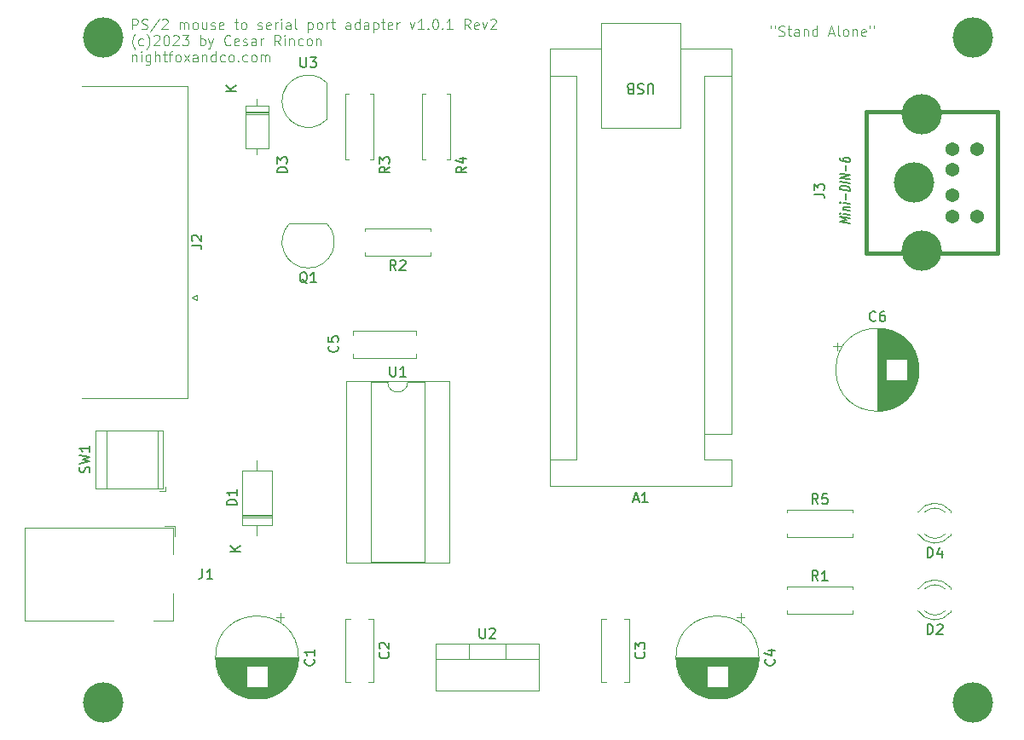
<source format=gbr>
%TF.GenerationSoftware,KiCad,Pcbnew,7.0.6*%
%TF.CreationDate,2023-08-10T21:44:00+02:00*%
%TF.ProjectId,ps2_mouse_to_serial_rev2,7073325f-6d6f-4757-9365-5f746f5f7365,rev?*%
%TF.SameCoordinates,Original*%
%TF.FileFunction,Legend,Top*%
%TF.FilePolarity,Positive*%
%FSLAX46Y46*%
G04 Gerber Fmt 4.6, Leading zero omitted, Abs format (unit mm)*
G04 Created by KiCad (PCBNEW 7.0.6) date 2023-08-10 21:44:00*
%MOMM*%
%LPD*%
G01*
G04 APERTURE LIST*
%ADD10C,0.100000*%
%ADD11C,0.150000*%
%ADD12C,0.203200*%
%ADD13C,0.152400*%
%ADD14C,0.120000*%
%ADD15C,0.381000*%
%ADD16C,4.000500*%
%ADD17C,1.371600*%
G04 APERTURE END LIST*
D10*
X30783884Y-27132419D02*
X30783884Y-26132419D01*
X30783884Y-26132419D02*
X31164836Y-26132419D01*
X31164836Y-26132419D02*
X31260074Y-26180038D01*
X31260074Y-26180038D02*
X31307693Y-26227657D01*
X31307693Y-26227657D02*
X31355312Y-26322895D01*
X31355312Y-26322895D02*
X31355312Y-26465752D01*
X31355312Y-26465752D02*
X31307693Y-26560990D01*
X31307693Y-26560990D02*
X31260074Y-26608609D01*
X31260074Y-26608609D02*
X31164836Y-26656228D01*
X31164836Y-26656228D02*
X30783884Y-26656228D01*
X31736265Y-27084800D02*
X31879122Y-27132419D01*
X31879122Y-27132419D02*
X32117217Y-27132419D01*
X32117217Y-27132419D02*
X32212455Y-27084800D01*
X32212455Y-27084800D02*
X32260074Y-27037180D01*
X32260074Y-27037180D02*
X32307693Y-26941942D01*
X32307693Y-26941942D02*
X32307693Y-26846704D01*
X32307693Y-26846704D02*
X32260074Y-26751466D01*
X32260074Y-26751466D02*
X32212455Y-26703847D01*
X32212455Y-26703847D02*
X32117217Y-26656228D01*
X32117217Y-26656228D02*
X31926741Y-26608609D01*
X31926741Y-26608609D02*
X31831503Y-26560990D01*
X31831503Y-26560990D02*
X31783884Y-26513371D01*
X31783884Y-26513371D02*
X31736265Y-26418133D01*
X31736265Y-26418133D02*
X31736265Y-26322895D01*
X31736265Y-26322895D02*
X31783884Y-26227657D01*
X31783884Y-26227657D02*
X31831503Y-26180038D01*
X31831503Y-26180038D02*
X31926741Y-26132419D01*
X31926741Y-26132419D02*
X32164836Y-26132419D01*
X32164836Y-26132419D02*
X32307693Y-26180038D01*
X33450550Y-26084800D02*
X32593408Y-27370514D01*
X33736265Y-26227657D02*
X33783884Y-26180038D01*
X33783884Y-26180038D02*
X33879122Y-26132419D01*
X33879122Y-26132419D02*
X34117217Y-26132419D01*
X34117217Y-26132419D02*
X34212455Y-26180038D01*
X34212455Y-26180038D02*
X34260074Y-26227657D01*
X34260074Y-26227657D02*
X34307693Y-26322895D01*
X34307693Y-26322895D02*
X34307693Y-26418133D01*
X34307693Y-26418133D02*
X34260074Y-26560990D01*
X34260074Y-26560990D02*
X33688646Y-27132419D01*
X33688646Y-27132419D02*
X34307693Y-27132419D01*
X35498170Y-27132419D02*
X35498170Y-26465752D01*
X35498170Y-26560990D02*
X35545789Y-26513371D01*
X35545789Y-26513371D02*
X35641027Y-26465752D01*
X35641027Y-26465752D02*
X35783884Y-26465752D01*
X35783884Y-26465752D02*
X35879122Y-26513371D01*
X35879122Y-26513371D02*
X35926741Y-26608609D01*
X35926741Y-26608609D02*
X35926741Y-27132419D01*
X35926741Y-26608609D02*
X35974360Y-26513371D01*
X35974360Y-26513371D02*
X36069598Y-26465752D01*
X36069598Y-26465752D02*
X36212455Y-26465752D01*
X36212455Y-26465752D02*
X36307694Y-26513371D01*
X36307694Y-26513371D02*
X36355313Y-26608609D01*
X36355313Y-26608609D02*
X36355313Y-27132419D01*
X36974360Y-27132419D02*
X36879122Y-27084800D01*
X36879122Y-27084800D02*
X36831503Y-27037180D01*
X36831503Y-27037180D02*
X36783884Y-26941942D01*
X36783884Y-26941942D02*
X36783884Y-26656228D01*
X36783884Y-26656228D02*
X36831503Y-26560990D01*
X36831503Y-26560990D02*
X36879122Y-26513371D01*
X36879122Y-26513371D02*
X36974360Y-26465752D01*
X36974360Y-26465752D02*
X37117217Y-26465752D01*
X37117217Y-26465752D02*
X37212455Y-26513371D01*
X37212455Y-26513371D02*
X37260074Y-26560990D01*
X37260074Y-26560990D02*
X37307693Y-26656228D01*
X37307693Y-26656228D02*
X37307693Y-26941942D01*
X37307693Y-26941942D02*
X37260074Y-27037180D01*
X37260074Y-27037180D02*
X37212455Y-27084800D01*
X37212455Y-27084800D02*
X37117217Y-27132419D01*
X37117217Y-27132419D02*
X36974360Y-27132419D01*
X38164836Y-26465752D02*
X38164836Y-27132419D01*
X37736265Y-26465752D02*
X37736265Y-26989561D01*
X37736265Y-26989561D02*
X37783884Y-27084800D01*
X37783884Y-27084800D02*
X37879122Y-27132419D01*
X37879122Y-27132419D02*
X38021979Y-27132419D01*
X38021979Y-27132419D02*
X38117217Y-27084800D01*
X38117217Y-27084800D02*
X38164836Y-27037180D01*
X38593408Y-27084800D02*
X38688646Y-27132419D01*
X38688646Y-27132419D02*
X38879122Y-27132419D01*
X38879122Y-27132419D02*
X38974360Y-27084800D01*
X38974360Y-27084800D02*
X39021979Y-26989561D01*
X39021979Y-26989561D02*
X39021979Y-26941942D01*
X39021979Y-26941942D02*
X38974360Y-26846704D01*
X38974360Y-26846704D02*
X38879122Y-26799085D01*
X38879122Y-26799085D02*
X38736265Y-26799085D01*
X38736265Y-26799085D02*
X38641027Y-26751466D01*
X38641027Y-26751466D02*
X38593408Y-26656228D01*
X38593408Y-26656228D02*
X38593408Y-26608609D01*
X38593408Y-26608609D02*
X38641027Y-26513371D01*
X38641027Y-26513371D02*
X38736265Y-26465752D01*
X38736265Y-26465752D02*
X38879122Y-26465752D01*
X38879122Y-26465752D02*
X38974360Y-26513371D01*
X39831503Y-27084800D02*
X39736265Y-27132419D01*
X39736265Y-27132419D02*
X39545789Y-27132419D01*
X39545789Y-27132419D02*
X39450551Y-27084800D01*
X39450551Y-27084800D02*
X39402932Y-26989561D01*
X39402932Y-26989561D02*
X39402932Y-26608609D01*
X39402932Y-26608609D02*
X39450551Y-26513371D01*
X39450551Y-26513371D02*
X39545789Y-26465752D01*
X39545789Y-26465752D02*
X39736265Y-26465752D01*
X39736265Y-26465752D02*
X39831503Y-26513371D01*
X39831503Y-26513371D02*
X39879122Y-26608609D01*
X39879122Y-26608609D02*
X39879122Y-26703847D01*
X39879122Y-26703847D02*
X39402932Y-26799085D01*
X40926742Y-26465752D02*
X41307694Y-26465752D01*
X41069599Y-26132419D02*
X41069599Y-26989561D01*
X41069599Y-26989561D02*
X41117218Y-27084800D01*
X41117218Y-27084800D02*
X41212456Y-27132419D01*
X41212456Y-27132419D02*
X41307694Y-27132419D01*
X41783885Y-27132419D02*
X41688647Y-27084800D01*
X41688647Y-27084800D02*
X41641028Y-27037180D01*
X41641028Y-27037180D02*
X41593409Y-26941942D01*
X41593409Y-26941942D02*
X41593409Y-26656228D01*
X41593409Y-26656228D02*
X41641028Y-26560990D01*
X41641028Y-26560990D02*
X41688647Y-26513371D01*
X41688647Y-26513371D02*
X41783885Y-26465752D01*
X41783885Y-26465752D02*
X41926742Y-26465752D01*
X41926742Y-26465752D02*
X42021980Y-26513371D01*
X42021980Y-26513371D02*
X42069599Y-26560990D01*
X42069599Y-26560990D02*
X42117218Y-26656228D01*
X42117218Y-26656228D02*
X42117218Y-26941942D01*
X42117218Y-26941942D02*
X42069599Y-27037180D01*
X42069599Y-27037180D02*
X42021980Y-27084800D01*
X42021980Y-27084800D02*
X41926742Y-27132419D01*
X41926742Y-27132419D02*
X41783885Y-27132419D01*
X43260076Y-27084800D02*
X43355314Y-27132419D01*
X43355314Y-27132419D02*
X43545790Y-27132419D01*
X43545790Y-27132419D02*
X43641028Y-27084800D01*
X43641028Y-27084800D02*
X43688647Y-26989561D01*
X43688647Y-26989561D02*
X43688647Y-26941942D01*
X43688647Y-26941942D02*
X43641028Y-26846704D01*
X43641028Y-26846704D02*
X43545790Y-26799085D01*
X43545790Y-26799085D02*
X43402933Y-26799085D01*
X43402933Y-26799085D02*
X43307695Y-26751466D01*
X43307695Y-26751466D02*
X43260076Y-26656228D01*
X43260076Y-26656228D02*
X43260076Y-26608609D01*
X43260076Y-26608609D02*
X43307695Y-26513371D01*
X43307695Y-26513371D02*
X43402933Y-26465752D01*
X43402933Y-26465752D02*
X43545790Y-26465752D01*
X43545790Y-26465752D02*
X43641028Y-26513371D01*
X44498171Y-27084800D02*
X44402933Y-27132419D01*
X44402933Y-27132419D02*
X44212457Y-27132419D01*
X44212457Y-27132419D02*
X44117219Y-27084800D01*
X44117219Y-27084800D02*
X44069600Y-26989561D01*
X44069600Y-26989561D02*
X44069600Y-26608609D01*
X44069600Y-26608609D02*
X44117219Y-26513371D01*
X44117219Y-26513371D02*
X44212457Y-26465752D01*
X44212457Y-26465752D02*
X44402933Y-26465752D01*
X44402933Y-26465752D02*
X44498171Y-26513371D01*
X44498171Y-26513371D02*
X44545790Y-26608609D01*
X44545790Y-26608609D02*
X44545790Y-26703847D01*
X44545790Y-26703847D02*
X44069600Y-26799085D01*
X44974362Y-27132419D02*
X44974362Y-26465752D01*
X44974362Y-26656228D02*
X45021981Y-26560990D01*
X45021981Y-26560990D02*
X45069600Y-26513371D01*
X45069600Y-26513371D02*
X45164838Y-26465752D01*
X45164838Y-26465752D02*
X45260076Y-26465752D01*
X45593410Y-27132419D02*
X45593410Y-26465752D01*
X45593410Y-26132419D02*
X45545791Y-26180038D01*
X45545791Y-26180038D02*
X45593410Y-26227657D01*
X45593410Y-26227657D02*
X45641029Y-26180038D01*
X45641029Y-26180038D02*
X45593410Y-26132419D01*
X45593410Y-26132419D02*
X45593410Y-26227657D01*
X46498171Y-27132419D02*
X46498171Y-26608609D01*
X46498171Y-26608609D02*
X46450552Y-26513371D01*
X46450552Y-26513371D02*
X46355314Y-26465752D01*
X46355314Y-26465752D02*
X46164838Y-26465752D01*
X46164838Y-26465752D02*
X46069600Y-26513371D01*
X46498171Y-27084800D02*
X46402933Y-27132419D01*
X46402933Y-27132419D02*
X46164838Y-27132419D01*
X46164838Y-27132419D02*
X46069600Y-27084800D01*
X46069600Y-27084800D02*
X46021981Y-26989561D01*
X46021981Y-26989561D02*
X46021981Y-26894323D01*
X46021981Y-26894323D02*
X46069600Y-26799085D01*
X46069600Y-26799085D02*
X46164838Y-26751466D01*
X46164838Y-26751466D02*
X46402933Y-26751466D01*
X46402933Y-26751466D02*
X46498171Y-26703847D01*
X47117219Y-27132419D02*
X47021981Y-27084800D01*
X47021981Y-27084800D02*
X46974362Y-26989561D01*
X46974362Y-26989561D02*
X46974362Y-26132419D01*
X48260077Y-26465752D02*
X48260077Y-27465752D01*
X48260077Y-26513371D02*
X48355315Y-26465752D01*
X48355315Y-26465752D02*
X48545791Y-26465752D01*
X48545791Y-26465752D02*
X48641029Y-26513371D01*
X48641029Y-26513371D02*
X48688648Y-26560990D01*
X48688648Y-26560990D02*
X48736267Y-26656228D01*
X48736267Y-26656228D02*
X48736267Y-26941942D01*
X48736267Y-26941942D02*
X48688648Y-27037180D01*
X48688648Y-27037180D02*
X48641029Y-27084800D01*
X48641029Y-27084800D02*
X48545791Y-27132419D01*
X48545791Y-27132419D02*
X48355315Y-27132419D01*
X48355315Y-27132419D02*
X48260077Y-27084800D01*
X49307696Y-27132419D02*
X49212458Y-27084800D01*
X49212458Y-27084800D02*
X49164839Y-27037180D01*
X49164839Y-27037180D02*
X49117220Y-26941942D01*
X49117220Y-26941942D02*
X49117220Y-26656228D01*
X49117220Y-26656228D02*
X49164839Y-26560990D01*
X49164839Y-26560990D02*
X49212458Y-26513371D01*
X49212458Y-26513371D02*
X49307696Y-26465752D01*
X49307696Y-26465752D02*
X49450553Y-26465752D01*
X49450553Y-26465752D02*
X49545791Y-26513371D01*
X49545791Y-26513371D02*
X49593410Y-26560990D01*
X49593410Y-26560990D02*
X49641029Y-26656228D01*
X49641029Y-26656228D02*
X49641029Y-26941942D01*
X49641029Y-26941942D02*
X49593410Y-27037180D01*
X49593410Y-27037180D02*
X49545791Y-27084800D01*
X49545791Y-27084800D02*
X49450553Y-27132419D01*
X49450553Y-27132419D02*
X49307696Y-27132419D01*
X50069601Y-27132419D02*
X50069601Y-26465752D01*
X50069601Y-26656228D02*
X50117220Y-26560990D01*
X50117220Y-26560990D02*
X50164839Y-26513371D01*
X50164839Y-26513371D02*
X50260077Y-26465752D01*
X50260077Y-26465752D02*
X50355315Y-26465752D01*
X50545792Y-26465752D02*
X50926744Y-26465752D01*
X50688649Y-26132419D02*
X50688649Y-26989561D01*
X50688649Y-26989561D02*
X50736268Y-27084800D01*
X50736268Y-27084800D02*
X50831506Y-27132419D01*
X50831506Y-27132419D02*
X50926744Y-27132419D01*
X52450554Y-27132419D02*
X52450554Y-26608609D01*
X52450554Y-26608609D02*
X52402935Y-26513371D01*
X52402935Y-26513371D02*
X52307697Y-26465752D01*
X52307697Y-26465752D02*
X52117221Y-26465752D01*
X52117221Y-26465752D02*
X52021983Y-26513371D01*
X52450554Y-27084800D02*
X52355316Y-27132419D01*
X52355316Y-27132419D02*
X52117221Y-27132419D01*
X52117221Y-27132419D02*
X52021983Y-27084800D01*
X52021983Y-27084800D02*
X51974364Y-26989561D01*
X51974364Y-26989561D02*
X51974364Y-26894323D01*
X51974364Y-26894323D02*
X52021983Y-26799085D01*
X52021983Y-26799085D02*
X52117221Y-26751466D01*
X52117221Y-26751466D02*
X52355316Y-26751466D01*
X52355316Y-26751466D02*
X52450554Y-26703847D01*
X53355316Y-27132419D02*
X53355316Y-26132419D01*
X53355316Y-27084800D02*
X53260078Y-27132419D01*
X53260078Y-27132419D02*
X53069602Y-27132419D01*
X53069602Y-27132419D02*
X52974364Y-27084800D01*
X52974364Y-27084800D02*
X52926745Y-27037180D01*
X52926745Y-27037180D02*
X52879126Y-26941942D01*
X52879126Y-26941942D02*
X52879126Y-26656228D01*
X52879126Y-26656228D02*
X52926745Y-26560990D01*
X52926745Y-26560990D02*
X52974364Y-26513371D01*
X52974364Y-26513371D02*
X53069602Y-26465752D01*
X53069602Y-26465752D02*
X53260078Y-26465752D01*
X53260078Y-26465752D02*
X53355316Y-26513371D01*
X54260078Y-27132419D02*
X54260078Y-26608609D01*
X54260078Y-26608609D02*
X54212459Y-26513371D01*
X54212459Y-26513371D02*
X54117221Y-26465752D01*
X54117221Y-26465752D02*
X53926745Y-26465752D01*
X53926745Y-26465752D02*
X53831507Y-26513371D01*
X54260078Y-27084800D02*
X54164840Y-27132419D01*
X54164840Y-27132419D02*
X53926745Y-27132419D01*
X53926745Y-27132419D02*
X53831507Y-27084800D01*
X53831507Y-27084800D02*
X53783888Y-26989561D01*
X53783888Y-26989561D02*
X53783888Y-26894323D01*
X53783888Y-26894323D02*
X53831507Y-26799085D01*
X53831507Y-26799085D02*
X53926745Y-26751466D01*
X53926745Y-26751466D02*
X54164840Y-26751466D01*
X54164840Y-26751466D02*
X54260078Y-26703847D01*
X54736269Y-26465752D02*
X54736269Y-27465752D01*
X54736269Y-26513371D02*
X54831507Y-26465752D01*
X54831507Y-26465752D02*
X55021983Y-26465752D01*
X55021983Y-26465752D02*
X55117221Y-26513371D01*
X55117221Y-26513371D02*
X55164840Y-26560990D01*
X55164840Y-26560990D02*
X55212459Y-26656228D01*
X55212459Y-26656228D02*
X55212459Y-26941942D01*
X55212459Y-26941942D02*
X55164840Y-27037180D01*
X55164840Y-27037180D02*
X55117221Y-27084800D01*
X55117221Y-27084800D02*
X55021983Y-27132419D01*
X55021983Y-27132419D02*
X54831507Y-27132419D01*
X54831507Y-27132419D02*
X54736269Y-27084800D01*
X55498174Y-26465752D02*
X55879126Y-26465752D01*
X55641031Y-26132419D02*
X55641031Y-26989561D01*
X55641031Y-26989561D02*
X55688650Y-27084800D01*
X55688650Y-27084800D02*
X55783888Y-27132419D01*
X55783888Y-27132419D02*
X55879126Y-27132419D01*
X56593412Y-27084800D02*
X56498174Y-27132419D01*
X56498174Y-27132419D02*
X56307698Y-27132419D01*
X56307698Y-27132419D02*
X56212460Y-27084800D01*
X56212460Y-27084800D02*
X56164841Y-26989561D01*
X56164841Y-26989561D02*
X56164841Y-26608609D01*
X56164841Y-26608609D02*
X56212460Y-26513371D01*
X56212460Y-26513371D02*
X56307698Y-26465752D01*
X56307698Y-26465752D02*
X56498174Y-26465752D01*
X56498174Y-26465752D02*
X56593412Y-26513371D01*
X56593412Y-26513371D02*
X56641031Y-26608609D01*
X56641031Y-26608609D02*
X56641031Y-26703847D01*
X56641031Y-26703847D02*
X56164841Y-26799085D01*
X57069603Y-27132419D02*
X57069603Y-26465752D01*
X57069603Y-26656228D02*
X57117222Y-26560990D01*
X57117222Y-26560990D02*
X57164841Y-26513371D01*
X57164841Y-26513371D02*
X57260079Y-26465752D01*
X57260079Y-26465752D02*
X57355317Y-26465752D01*
X58355318Y-26465752D02*
X58593413Y-27132419D01*
X58593413Y-27132419D02*
X58831508Y-26465752D01*
X59736270Y-27132419D02*
X59164842Y-27132419D01*
X59450556Y-27132419D02*
X59450556Y-26132419D01*
X59450556Y-26132419D02*
X59355318Y-26275276D01*
X59355318Y-26275276D02*
X59260080Y-26370514D01*
X59260080Y-26370514D02*
X59164842Y-26418133D01*
X60164842Y-27037180D02*
X60212461Y-27084800D01*
X60212461Y-27084800D02*
X60164842Y-27132419D01*
X60164842Y-27132419D02*
X60117223Y-27084800D01*
X60117223Y-27084800D02*
X60164842Y-27037180D01*
X60164842Y-27037180D02*
X60164842Y-27132419D01*
X60831508Y-26132419D02*
X60926746Y-26132419D01*
X60926746Y-26132419D02*
X61021984Y-26180038D01*
X61021984Y-26180038D02*
X61069603Y-26227657D01*
X61069603Y-26227657D02*
X61117222Y-26322895D01*
X61117222Y-26322895D02*
X61164841Y-26513371D01*
X61164841Y-26513371D02*
X61164841Y-26751466D01*
X61164841Y-26751466D02*
X61117222Y-26941942D01*
X61117222Y-26941942D02*
X61069603Y-27037180D01*
X61069603Y-27037180D02*
X61021984Y-27084800D01*
X61021984Y-27084800D02*
X60926746Y-27132419D01*
X60926746Y-27132419D02*
X60831508Y-27132419D01*
X60831508Y-27132419D02*
X60736270Y-27084800D01*
X60736270Y-27084800D02*
X60688651Y-27037180D01*
X60688651Y-27037180D02*
X60641032Y-26941942D01*
X60641032Y-26941942D02*
X60593413Y-26751466D01*
X60593413Y-26751466D02*
X60593413Y-26513371D01*
X60593413Y-26513371D02*
X60641032Y-26322895D01*
X60641032Y-26322895D02*
X60688651Y-26227657D01*
X60688651Y-26227657D02*
X60736270Y-26180038D01*
X60736270Y-26180038D02*
X60831508Y-26132419D01*
X61593413Y-27037180D02*
X61641032Y-27084800D01*
X61641032Y-27084800D02*
X61593413Y-27132419D01*
X61593413Y-27132419D02*
X61545794Y-27084800D01*
X61545794Y-27084800D02*
X61593413Y-27037180D01*
X61593413Y-27037180D02*
X61593413Y-27132419D01*
X62593412Y-27132419D02*
X62021984Y-27132419D01*
X62307698Y-27132419D02*
X62307698Y-26132419D01*
X62307698Y-26132419D02*
X62212460Y-26275276D01*
X62212460Y-26275276D02*
X62117222Y-26370514D01*
X62117222Y-26370514D02*
X62021984Y-26418133D01*
X64355317Y-27132419D02*
X64021984Y-26656228D01*
X63783889Y-27132419D02*
X63783889Y-26132419D01*
X63783889Y-26132419D02*
X64164841Y-26132419D01*
X64164841Y-26132419D02*
X64260079Y-26180038D01*
X64260079Y-26180038D02*
X64307698Y-26227657D01*
X64307698Y-26227657D02*
X64355317Y-26322895D01*
X64355317Y-26322895D02*
X64355317Y-26465752D01*
X64355317Y-26465752D02*
X64307698Y-26560990D01*
X64307698Y-26560990D02*
X64260079Y-26608609D01*
X64260079Y-26608609D02*
X64164841Y-26656228D01*
X64164841Y-26656228D02*
X63783889Y-26656228D01*
X65164841Y-27084800D02*
X65069603Y-27132419D01*
X65069603Y-27132419D02*
X64879127Y-27132419D01*
X64879127Y-27132419D02*
X64783889Y-27084800D01*
X64783889Y-27084800D02*
X64736270Y-26989561D01*
X64736270Y-26989561D02*
X64736270Y-26608609D01*
X64736270Y-26608609D02*
X64783889Y-26513371D01*
X64783889Y-26513371D02*
X64879127Y-26465752D01*
X64879127Y-26465752D02*
X65069603Y-26465752D01*
X65069603Y-26465752D02*
X65164841Y-26513371D01*
X65164841Y-26513371D02*
X65212460Y-26608609D01*
X65212460Y-26608609D02*
X65212460Y-26703847D01*
X65212460Y-26703847D02*
X64736270Y-26799085D01*
X65545794Y-26465752D02*
X65783889Y-27132419D01*
X65783889Y-27132419D02*
X66021984Y-26465752D01*
X66355318Y-26227657D02*
X66402937Y-26180038D01*
X66402937Y-26180038D02*
X66498175Y-26132419D01*
X66498175Y-26132419D02*
X66736270Y-26132419D01*
X66736270Y-26132419D02*
X66831508Y-26180038D01*
X66831508Y-26180038D02*
X66879127Y-26227657D01*
X66879127Y-26227657D02*
X66926746Y-26322895D01*
X66926746Y-26322895D02*
X66926746Y-26418133D01*
X66926746Y-26418133D02*
X66879127Y-26560990D01*
X66879127Y-26560990D02*
X66307699Y-27132419D01*
X66307699Y-27132419D02*
X66926746Y-27132419D01*
X31069598Y-29123371D02*
X31021979Y-29075752D01*
X31021979Y-29075752D02*
X30926741Y-28932895D01*
X30926741Y-28932895D02*
X30879122Y-28837657D01*
X30879122Y-28837657D02*
X30831503Y-28694800D01*
X30831503Y-28694800D02*
X30783884Y-28456704D01*
X30783884Y-28456704D02*
X30783884Y-28266228D01*
X30783884Y-28266228D02*
X30831503Y-28028133D01*
X30831503Y-28028133D02*
X30879122Y-27885276D01*
X30879122Y-27885276D02*
X30926741Y-27790038D01*
X30926741Y-27790038D02*
X31021979Y-27647180D01*
X31021979Y-27647180D02*
X31069598Y-27599561D01*
X31879122Y-28694800D02*
X31783884Y-28742419D01*
X31783884Y-28742419D02*
X31593408Y-28742419D01*
X31593408Y-28742419D02*
X31498170Y-28694800D01*
X31498170Y-28694800D02*
X31450551Y-28647180D01*
X31450551Y-28647180D02*
X31402932Y-28551942D01*
X31402932Y-28551942D02*
X31402932Y-28266228D01*
X31402932Y-28266228D02*
X31450551Y-28170990D01*
X31450551Y-28170990D02*
X31498170Y-28123371D01*
X31498170Y-28123371D02*
X31593408Y-28075752D01*
X31593408Y-28075752D02*
X31783884Y-28075752D01*
X31783884Y-28075752D02*
X31879122Y-28123371D01*
X32212456Y-29123371D02*
X32260075Y-29075752D01*
X32260075Y-29075752D02*
X32355313Y-28932895D01*
X32355313Y-28932895D02*
X32402932Y-28837657D01*
X32402932Y-28837657D02*
X32450551Y-28694800D01*
X32450551Y-28694800D02*
X32498170Y-28456704D01*
X32498170Y-28456704D02*
X32498170Y-28266228D01*
X32498170Y-28266228D02*
X32450551Y-28028133D01*
X32450551Y-28028133D02*
X32402932Y-27885276D01*
X32402932Y-27885276D02*
X32355313Y-27790038D01*
X32355313Y-27790038D02*
X32260075Y-27647180D01*
X32260075Y-27647180D02*
X32212456Y-27599561D01*
X32926742Y-27837657D02*
X32974361Y-27790038D01*
X32974361Y-27790038D02*
X33069599Y-27742419D01*
X33069599Y-27742419D02*
X33307694Y-27742419D01*
X33307694Y-27742419D02*
X33402932Y-27790038D01*
X33402932Y-27790038D02*
X33450551Y-27837657D01*
X33450551Y-27837657D02*
X33498170Y-27932895D01*
X33498170Y-27932895D02*
X33498170Y-28028133D01*
X33498170Y-28028133D02*
X33450551Y-28170990D01*
X33450551Y-28170990D02*
X32879123Y-28742419D01*
X32879123Y-28742419D02*
X33498170Y-28742419D01*
X34117218Y-27742419D02*
X34212456Y-27742419D01*
X34212456Y-27742419D02*
X34307694Y-27790038D01*
X34307694Y-27790038D02*
X34355313Y-27837657D01*
X34355313Y-27837657D02*
X34402932Y-27932895D01*
X34402932Y-27932895D02*
X34450551Y-28123371D01*
X34450551Y-28123371D02*
X34450551Y-28361466D01*
X34450551Y-28361466D02*
X34402932Y-28551942D01*
X34402932Y-28551942D02*
X34355313Y-28647180D01*
X34355313Y-28647180D02*
X34307694Y-28694800D01*
X34307694Y-28694800D02*
X34212456Y-28742419D01*
X34212456Y-28742419D02*
X34117218Y-28742419D01*
X34117218Y-28742419D02*
X34021980Y-28694800D01*
X34021980Y-28694800D02*
X33974361Y-28647180D01*
X33974361Y-28647180D02*
X33926742Y-28551942D01*
X33926742Y-28551942D02*
X33879123Y-28361466D01*
X33879123Y-28361466D02*
X33879123Y-28123371D01*
X33879123Y-28123371D02*
X33926742Y-27932895D01*
X33926742Y-27932895D02*
X33974361Y-27837657D01*
X33974361Y-27837657D02*
X34021980Y-27790038D01*
X34021980Y-27790038D02*
X34117218Y-27742419D01*
X34831504Y-27837657D02*
X34879123Y-27790038D01*
X34879123Y-27790038D02*
X34974361Y-27742419D01*
X34974361Y-27742419D02*
X35212456Y-27742419D01*
X35212456Y-27742419D02*
X35307694Y-27790038D01*
X35307694Y-27790038D02*
X35355313Y-27837657D01*
X35355313Y-27837657D02*
X35402932Y-27932895D01*
X35402932Y-27932895D02*
X35402932Y-28028133D01*
X35402932Y-28028133D02*
X35355313Y-28170990D01*
X35355313Y-28170990D02*
X34783885Y-28742419D01*
X34783885Y-28742419D02*
X35402932Y-28742419D01*
X35736266Y-27742419D02*
X36355313Y-27742419D01*
X36355313Y-27742419D02*
X36021980Y-28123371D01*
X36021980Y-28123371D02*
X36164837Y-28123371D01*
X36164837Y-28123371D02*
X36260075Y-28170990D01*
X36260075Y-28170990D02*
X36307694Y-28218609D01*
X36307694Y-28218609D02*
X36355313Y-28313847D01*
X36355313Y-28313847D02*
X36355313Y-28551942D01*
X36355313Y-28551942D02*
X36307694Y-28647180D01*
X36307694Y-28647180D02*
X36260075Y-28694800D01*
X36260075Y-28694800D02*
X36164837Y-28742419D01*
X36164837Y-28742419D02*
X35879123Y-28742419D01*
X35879123Y-28742419D02*
X35783885Y-28694800D01*
X35783885Y-28694800D02*
X35736266Y-28647180D01*
X37545790Y-28742419D02*
X37545790Y-27742419D01*
X37545790Y-28123371D02*
X37641028Y-28075752D01*
X37641028Y-28075752D02*
X37831504Y-28075752D01*
X37831504Y-28075752D02*
X37926742Y-28123371D01*
X37926742Y-28123371D02*
X37974361Y-28170990D01*
X37974361Y-28170990D02*
X38021980Y-28266228D01*
X38021980Y-28266228D02*
X38021980Y-28551942D01*
X38021980Y-28551942D02*
X37974361Y-28647180D01*
X37974361Y-28647180D02*
X37926742Y-28694800D01*
X37926742Y-28694800D02*
X37831504Y-28742419D01*
X37831504Y-28742419D02*
X37641028Y-28742419D01*
X37641028Y-28742419D02*
X37545790Y-28694800D01*
X38355314Y-28075752D02*
X38593409Y-28742419D01*
X38831504Y-28075752D02*
X38593409Y-28742419D01*
X38593409Y-28742419D02*
X38498171Y-28980514D01*
X38498171Y-28980514D02*
X38450552Y-29028133D01*
X38450552Y-29028133D02*
X38355314Y-29075752D01*
X40545790Y-28647180D02*
X40498171Y-28694800D01*
X40498171Y-28694800D02*
X40355314Y-28742419D01*
X40355314Y-28742419D02*
X40260076Y-28742419D01*
X40260076Y-28742419D02*
X40117219Y-28694800D01*
X40117219Y-28694800D02*
X40021981Y-28599561D01*
X40021981Y-28599561D02*
X39974362Y-28504323D01*
X39974362Y-28504323D02*
X39926743Y-28313847D01*
X39926743Y-28313847D02*
X39926743Y-28170990D01*
X39926743Y-28170990D02*
X39974362Y-27980514D01*
X39974362Y-27980514D02*
X40021981Y-27885276D01*
X40021981Y-27885276D02*
X40117219Y-27790038D01*
X40117219Y-27790038D02*
X40260076Y-27742419D01*
X40260076Y-27742419D02*
X40355314Y-27742419D01*
X40355314Y-27742419D02*
X40498171Y-27790038D01*
X40498171Y-27790038D02*
X40545790Y-27837657D01*
X41355314Y-28694800D02*
X41260076Y-28742419D01*
X41260076Y-28742419D02*
X41069600Y-28742419D01*
X41069600Y-28742419D02*
X40974362Y-28694800D01*
X40974362Y-28694800D02*
X40926743Y-28599561D01*
X40926743Y-28599561D02*
X40926743Y-28218609D01*
X40926743Y-28218609D02*
X40974362Y-28123371D01*
X40974362Y-28123371D02*
X41069600Y-28075752D01*
X41069600Y-28075752D02*
X41260076Y-28075752D01*
X41260076Y-28075752D02*
X41355314Y-28123371D01*
X41355314Y-28123371D02*
X41402933Y-28218609D01*
X41402933Y-28218609D02*
X41402933Y-28313847D01*
X41402933Y-28313847D02*
X40926743Y-28409085D01*
X41783886Y-28694800D02*
X41879124Y-28742419D01*
X41879124Y-28742419D02*
X42069600Y-28742419D01*
X42069600Y-28742419D02*
X42164838Y-28694800D01*
X42164838Y-28694800D02*
X42212457Y-28599561D01*
X42212457Y-28599561D02*
X42212457Y-28551942D01*
X42212457Y-28551942D02*
X42164838Y-28456704D01*
X42164838Y-28456704D02*
X42069600Y-28409085D01*
X42069600Y-28409085D02*
X41926743Y-28409085D01*
X41926743Y-28409085D02*
X41831505Y-28361466D01*
X41831505Y-28361466D02*
X41783886Y-28266228D01*
X41783886Y-28266228D02*
X41783886Y-28218609D01*
X41783886Y-28218609D02*
X41831505Y-28123371D01*
X41831505Y-28123371D02*
X41926743Y-28075752D01*
X41926743Y-28075752D02*
X42069600Y-28075752D01*
X42069600Y-28075752D02*
X42164838Y-28123371D01*
X43069600Y-28742419D02*
X43069600Y-28218609D01*
X43069600Y-28218609D02*
X43021981Y-28123371D01*
X43021981Y-28123371D02*
X42926743Y-28075752D01*
X42926743Y-28075752D02*
X42736267Y-28075752D01*
X42736267Y-28075752D02*
X42641029Y-28123371D01*
X43069600Y-28694800D02*
X42974362Y-28742419D01*
X42974362Y-28742419D02*
X42736267Y-28742419D01*
X42736267Y-28742419D02*
X42641029Y-28694800D01*
X42641029Y-28694800D02*
X42593410Y-28599561D01*
X42593410Y-28599561D02*
X42593410Y-28504323D01*
X42593410Y-28504323D02*
X42641029Y-28409085D01*
X42641029Y-28409085D02*
X42736267Y-28361466D01*
X42736267Y-28361466D02*
X42974362Y-28361466D01*
X42974362Y-28361466D02*
X43069600Y-28313847D01*
X43545791Y-28742419D02*
X43545791Y-28075752D01*
X43545791Y-28266228D02*
X43593410Y-28170990D01*
X43593410Y-28170990D02*
X43641029Y-28123371D01*
X43641029Y-28123371D02*
X43736267Y-28075752D01*
X43736267Y-28075752D02*
X43831505Y-28075752D01*
X45498172Y-28742419D02*
X45164839Y-28266228D01*
X44926744Y-28742419D02*
X44926744Y-27742419D01*
X44926744Y-27742419D02*
X45307696Y-27742419D01*
X45307696Y-27742419D02*
X45402934Y-27790038D01*
X45402934Y-27790038D02*
X45450553Y-27837657D01*
X45450553Y-27837657D02*
X45498172Y-27932895D01*
X45498172Y-27932895D02*
X45498172Y-28075752D01*
X45498172Y-28075752D02*
X45450553Y-28170990D01*
X45450553Y-28170990D02*
X45402934Y-28218609D01*
X45402934Y-28218609D02*
X45307696Y-28266228D01*
X45307696Y-28266228D02*
X44926744Y-28266228D01*
X45926744Y-28742419D02*
X45926744Y-28075752D01*
X45926744Y-27742419D02*
X45879125Y-27790038D01*
X45879125Y-27790038D02*
X45926744Y-27837657D01*
X45926744Y-27837657D02*
X45974363Y-27790038D01*
X45974363Y-27790038D02*
X45926744Y-27742419D01*
X45926744Y-27742419D02*
X45926744Y-27837657D01*
X46402934Y-28075752D02*
X46402934Y-28742419D01*
X46402934Y-28170990D02*
X46450553Y-28123371D01*
X46450553Y-28123371D02*
X46545791Y-28075752D01*
X46545791Y-28075752D02*
X46688648Y-28075752D01*
X46688648Y-28075752D02*
X46783886Y-28123371D01*
X46783886Y-28123371D02*
X46831505Y-28218609D01*
X46831505Y-28218609D02*
X46831505Y-28742419D01*
X47736267Y-28694800D02*
X47641029Y-28742419D01*
X47641029Y-28742419D02*
X47450553Y-28742419D01*
X47450553Y-28742419D02*
X47355315Y-28694800D01*
X47355315Y-28694800D02*
X47307696Y-28647180D01*
X47307696Y-28647180D02*
X47260077Y-28551942D01*
X47260077Y-28551942D02*
X47260077Y-28266228D01*
X47260077Y-28266228D02*
X47307696Y-28170990D01*
X47307696Y-28170990D02*
X47355315Y-28123371D01*
X47355315Y-28123371D02*
X47450553Y-28075752D01*
X47450553Y-28075752D02*
X47641029Y-28075752D01*
X47641029Y-28075752D02*
X47736267Y-28123371D01*
X48307696Y-28742419D02*
X48212458Y-28694800D01*
X48212458Y-28694800D02*
X48164839Y-28647180D01*
X48164839Y-28647180D02*
X48117220Y-28551942D01*
X48117220Y-28551942D02*
X48117220Y-28266228D01*
X48117220Y-28266228D02*
X48164839Y-28170990D01*
X48164839Y-28170990D02*
X48212458Y-28123371D01*
X48212458Y-28123371D02*
X48307696Y-28075752D01*
X48307696Y-28075752D02*
X48450553Y-28075752D01*
X48450553Y-28075752D02*
X48545791Y-28123371D01*
X48545791Y-28123371D02*
X48593410Y-28170990D01*
X48593410Y-28170990D02*
X48641029Y-28266228D01*
X48641029Y-28266228D02*
X48641029Y-28551942D01*
X48641029Y-28551942D02*
X48593410Y-28647180D01*
X48593410Y-28647180D02*
X48545791Y-28694800D01*
X48545791Y-28694800D02*
X48450553Y-28742419D01*
X48450553Y-28742419D02*
X48307696Y-28742419D01*
X49069601Y-28075752D02*
X49069601Y-28742419D01*
X49069601Y-28170990D02*
X49117220Y-28123371D01*
X49117220Y-28123371D02*
X49212458Y-28075752D01*
X49212458Y-28075752D02*
X49355315Y-28075752D01*
X49355315Y-28075752D02*
X49450553Y-28123371D01*
X49450553Y-28123371D02*
X49498172Y-28218609D01*
X49498172Y-28218609D02*
X49498172Y-28742419D01*
X30783884Y-29685752D02*
X30783884Y-30352419D01*
X30783884Y-29780990D02*
X30831503Y-29733371D01*
X30831503Y-29733371D02*
X30926741Y-29685752D01*
X30926741Y-29685752D02*
X31069598Y-29685752D01*
X31069598Y-29685752D02*
X31164836Y-29733371D01*
X31164836Y-29733371D02*
X31212455Y-29828609D01*
X31212455Y-29828609D02*
X31212455Y-30352419D01*
X31688646Y-30352419D02*
X31688646Y-29685752D01*
X31688646Y-29352419D02*
X31641027Y-29400038D01*
X31641027Y-29400038D02*
X31688646Y-29447657D01*
X31688646Y-29447657D02*
X31736265Y-29400038D01*
X31736265Y-29400038D02*
X31688646Y-29352419D01*
X31688646Y-29352419D02*
X31688646Y-29447657D01*
X32593407Y-29685752D02*
X32593407Y-30495276D01*
X32593407Y-30495276D02*
X32545788Y-30590514D01*
X32545788Y-30590514D02*
X32498169Y-30638133D01*
X32498169Y-30638133D02*
X32402931Y-30685752D01*
X32402931Y-30685752D02*
X32260074Y-30685752D01*
X32260074Y-30685752D02*
X32164836Y-30638133D01*
X32593407Y-30304800D02*
X32498169Y-30352419D01*
X32498169Y-30352419D02*
X32307693Y-30352419D01*
X32307693Y-30352419D02*
X32212455Y-30304800D01*
X32212455Y-30304800D02*
X32164836Y-30257180D01*
X32164836Y-30257180D02*
X32117217Y-30161942D01*
X32117217Y-30161942D02*
X32117217Y-29876228D01*
X32117217Y-29876228D02*
X32164836Y-29780990D01*
X32164836Y-29780990D02*
X32212455Y-29733371D01*
X32212455Y-29733371D02*
X32307693Y-29685752D01*
X32307693Y-29685752D02*
X32498169Y-29685752D01*
X32498169Y-29685752D02*
X32593407Y-29733371D01*
X33069598Y-30352419D02*
X33069598Y-29352419D01*
X33498169Y-30352419D02*
X33498169Y-29828609D01*
X33498169Y-29828609D02*
X33450550Y-29733371D01*
X33450550Y-29733371D02*
X33355312Y-29685752D01*
X33355312Y-29685752D02*
X33212455Y-29685752D01*
X33212455Y-29685752D02*
X33117217Y-29733371D01*
X33117217Y-29733371D02*
X33069598Y-29780990D01*
X33831503Y-29685752D02*
X34212455Y-29685752D01*
X33974360Y-29352419D02*
X33974360Y-30209561D01*
X33974360Y-30209561D02*
X34021979Y-30304800D01*
X34021979Y-30304800D02*
X34117217Y-30352419D01*
X34117217Y-30352419D02*
X34212455Y-30352419D01*
X34402932Y-29685752D02*
X34783884Y-29685752D01*
X34545789Y-30352419D02*
X34545789Y-29495276D01*
X34545789Y-29495276D02*
X34593408Y-29400038D01*
X34593408Y-29400038D02*
X34688646Y-29352419D01*
X34688646Y-29352419D02*
X34783884Y-29352419D01*
X35260075Y-30352419D02*
X35164837Y-30304800D01*
X35164837Y-30304800D02*
X35117218Y-30257180D01*
X35117218Y-30257180D02*
X35069599Y-30161942D01*
X35069599Y-30161942D02*
X35069599Y-29876228D01*
X35069599Y-29876228D02*
X35117218Y-29780990D01*
X35117218Y-29780990D02*
X35164837Y-29733371D01*
X35164837Y-29733371D02*
X35260075Y-29685752D01*
X35260075Y-29685752D02*
X35402932Y-29685752D01*
X35402932Y-29685752D02*
X35498170Y-29733371D01*
X35498170Y-29733371D02*
X35545789Y-29780990D01*
X35545789Y-29780990D02*
X35593408Y-29876228D01*
X35593408Y-29876228D02*
X35593408Y-30161942D01*
X35593408Y-30161942D02*
X35545789Y-30257180D01*
X35545789Y-30257180D02*
X35498170Y-30304800D01*
X35498170Y-30304800D02*
X35402932Y-30352419D01*
X35402932Y-30352419D02*
X35260075Y-30352419D01*
X35926742Y-30352419D02*
X36450551Y-29685752D01*
X35926742Y-29685752D02*
X36450551Y-30352419D01*
X37260075Y-30352419D02*
X37260075Y-29828609D01*
X37260075Y-29828609D02*
X37212456Y-29733371D01*
X37212456Y-29733371D02*
X37117218Y-29685752D01*
X37117218Y-29685752D02*
X36926742Y-29685752D01*
X36926742Y-29685752D02*
X36831504Y-29733371D01*
X37260075Y-30304800D02*
X37164837Y-30352419D01*
X37164837Y-30352419D02*
X36926742Y-30352419D01*
X36926742Y-30352419D02*
X36831504Y-30304800D01*
X36831504Y-30304800D02*
X36783885Y-30209561D01*
X36783885Y-30209561D02*
X36783885Y-30114323D01*
X36783885Y-30114323D02*
X36831504Y-30019085D01*
X36831504Y-30019085D02*
X36926742Y-29971466D01*
X36926742Y-29971466D02*
X37164837Y-29971466D01*
X37164837Y-29971466D02*
X37260075Y-29923847D01*
X37736266Y-29685752D02*
X37736266Y-30352419D01*
X37736266Y-29780990D02*
X37783885Y-29733371D01*
X37783885Y-29733371D02*
X37879123Y-29685752D01*
X37879123Y-29685752D02*
X38021980Y-29685752D01*
X38021980Y-29685752D02*
X38117218Y-29733371D01*
X38117218Y-29733371D02*
X38164837Y-29828609D01*
X38164837Y-29828609D02*
X38164837Y-30352419D01*
X39069599Y-30352419D02*
X39069599Y-29352419D01*
X39069599Y-30304800D02*
X38974361Y-30352419D01*
X38974361Y-30352419D02*
X38783885Y-30352419D01*
X38783885Y-30352419D02*
X38688647Y-30304800D01*
X38688647Y-30304800D02*
X38641028Y-30257180D01*
X38641028Y-30257180D02*
X38593409Y-30161942D01*
X38593409Y-30161942D02*
X38593409Y-29876228D01*
X38593409Y-29876228D02*
X38641028Y-29780990D01*
X38641028Y-29780990D02*
X38688647Y-29733371D01*
X38688647Y-29733371D02*
X38783885Y-29685752D01*
X38783885Y-29685752D02*
X38974361Y-29685752D01*
X38974361Y-29685752D02*
X39069599Y-29733371D01*
X39974361Y-30304800D02*
X39879123Y-30352419D01*
X39879123Y-30352419D02*
X39688647Y-30352419D01*
X39688647Y-30352419D02*
X39593409Y-30304800D01*
X39593409Y-30304800D02*
X39545790Y-30257180D01*
X39545790Y-30257180D02*
X39498171Y-30161942D01*
X39498171Y-30161942D02*
X39498171Y-29876228D01*
X39498171Y-29876228D02*
X39545790Y-29780990D01*
X39545790Y-29780990D02*
X39593409Y-29733371D01*
X39593409Y-29733371D02*
X39688647Y-29685752D01*
X39688647Y-29685752D02*
X39879123Y-29685752D01*
X39879123Y-29685752D02*
X39974361Y-29733371D01*
X40545790Y-30352419D02*
X40450552Y-30304800D01*
X40450552Y-30304800D02*
X40402933Y-30257180D01*
X40402933Y-30257180D02*
X40355314Y-30161942D01*
X40355314Y-30161942D02*
X40355314Y-29876228D01*
X40355314Y-29876228D02*
X40402933Y-29780990D01*
X40402933Y-29780990D02*
X40450552Y-29733371D01*
X40450552Y-29733371D02*
X40545790Y-29685752D01*
X40545790Y-29685752D02*
X40688647Y-29685752D01*
X40688647Y-29685752D02*
X40783885Y-29733371D01*
X40783885Y-29733371D02*
X40831504Y-29780990D01*
X40831504Y-29780990D02*
X40879123Y-29876228D01*
X40879123Y-29876228D02*
X40879123Y-30161942D01*
X40879123Y-30161942D02*
X40831504Y-30257180D01*
X40831504Y-30257180D02*
X40783885Y-30304800D01*
X40783885Y-30304800D02*
X40688647Y-30352419D01*
X40688647Y-30352419D02*
X40545790Y-30352419D01*
X41307695Y-30257180D02*
X41355314Y-30304800D01*
X41355314Y-30304800D02*
X41307695Y-30352419D01*
X41307695Y-30352419D02*
X41260076Y-30304800D01*
X41260076Y-30304800D02*
X41307695Y-30257180D01*
X41307695Y-30257180D02*
X41307695Y-30352419D01*
X42212456Y-30304800D02*
X42117218Y-30352419D01*
X42117218Y-30352419D02*
X41926742Y-30352419D01*
X41926742Y-30352419D02*
X41831504Y-30304800D01*
X41831504Y-30304800D02*
X41783885Y-30257180D01*
X41783885Y-30257180D02*
X41736266Y-30161942D01*
X41736266Y-30161942D02*
X41736266Y-29876228D01*
X41736266Y-29876228D02*
X41783885Y-29780990D01*
X41783885Y-29780990D02*
X41831504Y-29733371D01*
X41831504Y-29733371D02*
X41926742Y-29685752D01*
X41926742Y-29685752D02*
X42117218Y-29685752D01*
X42117218Y-29685752D02*
X42212456Y-29733371D01*
X42783885Y-30352419D02*
X42688647Y-30304800D01*
X42688647Y-30304800D02*
X42641028Y-30257180D01*
X42641028Y-30257180D02*
X42593409Y-30161942D01*
X42593409Y-30161942D02*
X42593409Y-29876228D01*
X42593409Y-29876228D02*
X42641028Y-29780990D01*
X42641028Y-29780990D02*
X42688647Y-29733371D01*
X42688647Y-29733371D02*
X42783885Y-29685752D01*
X42783885Y-29685752D02*
X42926742Y-29685752D01*
X42926742Y-29685752D02*
X43021980Y-29733371D01*
X43021980Y-29733371D02*
X43069599Y-29780990D01*
X43069599Y-29780990D02*
X43117218Y-29876228D01*
X43117218Y-29876228D02*
X43117218Y-30161942D01*
X43117218Y-30161942D02*
X43069599Y-30257180D01*
X43069599Y-30257180D02*
X43021980Y-30304800D01*
X43021980Y-30304800D02*
X42926742Y-30352419D01*
X42926742Y-30352419D02*
X42783885Y-30352419D01*
X43545790Y-30352419D02*
X43545790Y-29685752D01*
X43545790Y-29780990D02*
X43593409Y-29733371D01*
X43593409Y-29733371D02*
X43688647Y-29685752D01*
X43688647Y-29685752D02*
X43831504Y-29685752D01*
X43831504Y-29685752D02*
X43926742Y-29733371D01*
X43926742Y-29733371D02*
X43974361Y-29828609D01*
X43974361Y-29828609D02*
X43974361Y-30352419D01*
X43974361Y-29828609D02*
X44021980Y-29733371D01*
X44021980Y-29733371D02*
X44117218Y-29685752D01*
X44117218Y-29685752D02*
X44260075Y-29685752D01*
X44260075Y-29685752D02*
X44355314Y-29733371D01*
X44355314Y-29733371D02*
X44402933Y-29828609D01*
X44402933Y-29828609D02*
X44402933Y-30352419D01*
X94236265Y-26812419D02*
X94236265Y-27002895D01*
X94617217Y-26812419D02*
X94617217Y-27002895D01*
X94998170Y-27764800D02*
X95141027Y-27812419D01*
X95141027Y-27812419D02*
X95379122Y-27812419D01*
X95379122Y-27812419D02*
X95474360Y-27764800D01*
X95474360Y-27764800D02*
X95521979Y-27717180D01*
X95521979Y-27717180D02*
X95569598Y-27621942D01*
X95569598Y-27621942D02*
X95569598Y-27526704D01*
X95569598Y-27526704D02*
X95521979Y-27431466D01*
X95521979Y-27431466D02*
X95474360Y-27383847D01*
X95474360Y-27383847D02*
X95379122Y-27336228D01*
X95379122Y-27336228D02*
X95188646Y-27288609D01*
X95188646Y-27288609D02*
X95093408Y-27240990D01*
X95093408Y-27240990D02*
X95045789Y-27193371D01*
X95045789Y-27193371D02*
X94998170Y-27098133D01*
X94998170Y-27098133D02*
X94998170Y-27002895D01*
X94998170Y-27002895D02*
X95045789Y-26907657D01*
X95045789Y-26907657D02*
X95093408Y-26860038D01*
X95093408Y-26860038D02*
X95188646Y-26812419D01*
X95188646Y-26812419D02*
X95426741Y-26812419D01*
X95426741Y-26812419D02*
X95569598Y-26860038D01*
X95855313Y-27145752D02*
X96236265Y-27145752D01*
X95998170Y-26812419D02*
X95998170Y-27669561D01*
X95998170Y-27669561D02*
X96045789Y-27764800D01*
X96045789Y-27764800D02*
X96141027Y-27812419D01*
X96141027Y-27812419D02*
X96236265Y-27812419D01*
X96998170Y-27812419D02*
X96998170Y-27288609D01*
X96998170Y-27288609D02*
X96950551Y-27193371D01*
X96950551Y-27193371D02*
X96855313Y-27145752D01*
X96855313Y-27145752D02*
X96664837Y-27145752D01*
X96664837Y-27145752D02*
X96569599Y-27193371D01*
X96998170Y-27764800D02*
X96902932Y-27812419D01*
X96902932Y-27812419D02*
X96664837Y-27812419D01*
X96664837Y-27812419D02*
X96569599Y-27764800D01*
X96569599Y-27764800D02*
X96521980Y-27669561D01*
X96521980Y-27669561D02*
X96521980Y-27574323D01*
X96521980Y-27574323D02*
X96569599Y-27479085D01*
X96569599Y-27479085D02*
X96664837Y-27431466D01*
X96664837Y-27431466D02*
X96902932Y-27431466D01*
X96902932Y-27431466D02*
X96998170Y-27383847D01*
X97474361Y-27145752D02*
X97474361Y-27812419D01*
X97474361Y-27240990D02*
X97521980Y-27193371D01*
X97521980Y-27193371D02*
X97617218Y-27145752D01*
X97617218Y-27145752D02*
X97760075Y-27145752D01*
X97760075Y-27145752D02*
X97855313Y-27193371D01*
X97855313Y-27193371D02*
X97902932Y-27288609D01*
X97902932Y-27288609D02*
X97902932Y-27812419D01*
X98807694Y-27812419D02*
X98807694Y-26812419D01*
X98807694Y-27764800D02*
X98712456Y-27812419D01*
X98712456Y-27812419D02*
X98521980Y-27812419D01*
X98521980Y-27812419D02*
X98426742Y-27764800D01*
X98426742Y-27764800D02*
X98379123Y-27717180D01*
X98379123Y-27717180D02*
X98331504Y-27621942D01*
X98331504Y-27621942D02*
X98331504Y-27336228D01*
X98331504Y-27336228D02*
X98379123Y-27240990D01*
X98379123Y-27240990D02*
X98426742Y-27193371D01*
X98426742Y-27193371D02*
X98521980Y-27145752D01*
X98521980Y-27145752D02*
X98712456Y-27145752D01*
X98712456Y-27145752D02*
X98807694Y-27193371D01*
X99998171Y-27526704D02*
X100474361Y-27526704D01*
X99902933Y-27812419D02*
X100236266Y-26812419D01*
X100236266Y-26812419D02*
X100569599Y-27812419D01*
X101045790Y-27812419D02*
X100950552Y-27764800D01*
X100950552Y-27764800D02*
X100902933Y-27669561D01*
X100902933Y-27669561D02*
X100902933Y-26812419D01*
X101569600Y-27812419D02*
X101474362Y-27764800D01*
X101474362Y-27764800D02*
X101426743Y-27717180D01*
X101426743Y-27717180D02*
X101379124Y-27621942D01*
X101379124Y-27621942D02*
X101379124Y-27336228D01*
X101379124Y-27336228D02*
X101426743Y-27240990D01*
X101426743Y-27240990D02*
X101474362Y-27193371D01*
X101474362Y-27193371D02*
X101569600Y-27145752D01*
X101569600Y-27145752D02*
X101712457Y-27145752D01*
X101712457Y-27145752D02*
X101807695Y-27193371D01*
X101807695Y-27193371D02*
X101855314Y-27240990D01*
X101855314Y-27240990D02*
X101902933Y-27336228D01*
X101902933Y-27336228D02*
X101902933Y-27621942D01*
X101902933Y-27621942D02*
X101855314Y-27717180D01*
X101855314Y-27717180D02*
X101807695Y-27764800D01*
X101807695Y-27764800D02*
X101712457Y-27812419D01*
X101712457Y-27812419D02*
X101569600Y-27812419D01*
X102331505Y-27145752D02*
X102331505Y-27812419D01*
X102331505Y-27240990D02*
X102379124Y-27193371D01*
X102379124Y-27193371D02*
X102474362Y-27145752D01*
X102474362Y-27145752D02*
X102617219Y-27145752D01*
X102617219Y-27145752D02*
X102712457Y-27193371D01*
X102712457Y-27193371D02*
X102760076Y-27288609D01*
X102760076Y-27288609D02*
X102760076Y-27812419D01*
X103617219Y-27764800D02*
X103521981Y-27812419D01*
X103521981Y-27812419D02*
X103331505Y-27812419D01*
X103331505Y-27812419D02*
X103236267Y-27764800D01*
X103236267Y-27764800D02*
X103188648Y-27669561D01*
X103188648Y-27669561D02*
X103188648Y-27288609D01*
X103188648Y-27288609D02*
X103236267Y-27193371D01*
X103236267Y-27193371D02*
X103331505Y-27145752D01*
X103331505Y-27145752D02*
X103521981Y-27145752D01*
X103521981Y-27145752D02*
X103617219Y-27193371D01*
X103617219Y-27193371D02*
X103664838Y-27288609D01*
X103664838Y-27288609D02*
X103664838Y-27383847D01*
X103664838Y-27383847D02*
X103188648Y-27479085D01*
X104045791Y-26812419D02*
X104045791Y-27002895D01*
X104426743Y-26812419D02*
X104426743Y-27002895D01*
D11*
X37766666Y-80734819D02*
X37766666Y-81449104D01*
X37766666Y-81449104D02*
X37719047Y-81591961D01*
X37719047Y-81591961D02*
X37623809Y-81687200D01*
X37623809Y-81687200D02*
X37480952Y-81734819D01*
X37480952Y-81734819D02*
X37385714Y-81734819D01*
X38766666Y-81734819D02*
X38195238Y-81734819D01*
X38480952Y-81734819D02*
X38480952Y-80734819D01*
X38480952Y-80734819D02*
X38385714Y-80877676D01*
X38385714Y-80877676D02*
X38290476Y-80972914D01*
X38290476Y-80972914D02*
X38195238Y-81020533D01*
X94509580Y-89706666D02*
X94557200Y-89754285D01*
X94557200Y-89754285D02*
X94604819Y-89897142D01*
X94604819Y-89897142D02*
X94604819Y-89992380D01*
X94604819Y-89992380D02*
X94557200Y-90135237D01*
X94557200Y-90135237D02*
X94461961Y-90230475D01*
X94461961Y-90230475D02*
X94366723Y-90278094D01*
X94366723Y-90278094D02*
X94176247Y-90325713D01*
X94176247Y-90325713D02*
X94033390Y-90325713D01*
X94033390Y-90325713D02*
X93842914Y-90278094D01*
X93842914Y-90278094D02*
X93747676Y-90230475D01*
X93747676Y-90230475D02*
X93652438Y-90135237D01*
X93652438Y-90135237D02*
X93604819Y-89992380D01*
X93604819Y-89992380D02*
X93604819Y-89897142D01*
X93604819Y-89897142D02*
X93652438Y-89754285D01*
X93652438Y-89754285D02*
X93700057Y-89706666D01*
X93938152Y-88849523D02*
X94604819Y-88849523D01*
X93557200Y-89087618D02*
X94271485Y-89325713D01*
X94271485Y-89325713D02*
X94271485Y-88706666D01*
X41164819Y-74398094D02*
X40164819Y-74398094D01*
X40164819Y-74398094D02*
X40164819Y-74159999D01*
X40164819Y-74159999D02*
X40212438Y-74017142D01*
X40212438Y-74017142D02*
X40307676Y-73921904D01*
X40307676Y-73921904D02*
X40402914Y-73874285D01*
X40402914Y-73874285D02*
X40593390Y-73826666D01*
X40593390Y-73826666D02*
X40736247Y-73826666D01*
X40736247Y-73826666D02*
X40926723Y-73874285D01*
X40926723Y-73874285D02*
X41021961Y-73921904D01*
X41021961Y-73921904D02*
X41117200Y-74017142D01*
X41117200Y-74017142D02*
X41164819Y-74159999D01*
X41164819Y-74159999D02*
X41164819Y-74398094D01*
X41164819Y-72874285D02*
X41164819Y-73445713D01*
X41164819Y-73159999D02*
X40164819Y-73159999D01*
X40164819Y-73159999D02*
X40307676Y-73255237D01*
X40307676Y-73255237D02*
X40402914Y-73350475D01*
X40402914Y-73350475D02*
X40450533Y-73445713D01*
X41534819Y-79001904D02*
X40534819Y-79001904D01*
X41534819Y-78430476D02*
X40963390Y-78859047D01*
X40534819Y-78430476D02*
X41106247Y-79001904D01*
X109751905Y-87234819D02*
X109751905Y-86234819D01*
X109751905Y-86234819D02*
X109990000Y-86234819D01*
X109990000Y-86234819D02*
X110132857Y-86282438D01*
X110132857Y-86282438D02*
X110228095Y-86377676D01*
X110228095Y-86377676D02*
X110275714Y-86472914D01*
X110275714Y-86472914D02*
X110323333Y-86663390D01*
X110323333Y-86663390D02*
X110323333Y-86806247D01*
X110323333Y-86806247D02*
X110275714Y-86996723D01*
X110275714Y-86996723D02*
X110228095Y-87091961D01*
X110228095Y-87091961D02*
X110132857Y-87187200D01*
X110132857Y-87187200D02*
X109990000Y-87234819D01*
X109990000Y-87234819D02*
X109751905Y-87234819D01*
X110704286Y-86330057D02*
X110751905Y-86282438D01*
X110751905Y-86282438D02*
X110847143Y-86234819D01*
X110847143Y-86234819D02*
X111085238Y-86234819D01*
X111085238Y-86234819D02*
X111180476Y-86282438D01*
X111180476Y-86282438D02*
X111228095Y-86330057D01*
X111228095Y-86330057D02*
X111275714Y-86425295D01*
X111275714Y-86425295D02*
X111275714Y-86520533D01*
X111275714Y-86520533D02*
X111228095Y-86663390D01*
X111228095Y-86663390D02*
X110656667Y-87234819D01*
X110656667Y-87234819D02*
X111275714Y-87234819D01*
X56388095Y-60624819D02*
X56388095Y-61434342D01*
X56388095Y-61434342D02*
X56435714Y-61529580D01*
X56435714Y-61529580D02*
X56483333Y-61577200D01*
X56483333Y-61577200D02*
X56578571Y-61624819D01*
X56578571Y-61624819D02*
X56769047Y-61624819D01*
X56769047Y-61624819D02*
X56864285Y-61577200D01*
X56864285Y-61577200D02*
X56911904Y-61529580D01*
X56911904Y-61529580D02*
X56959523Y-61434342D01*
X56959523Y-61434342D02*
X56959523Y-60624819D01*
X57959523Y-61624819D02*
X57388095Y-61624819D01*
X57673809Y-61624819D02*
X57673809Y-60624819D01*
X57673809Y-60624819D02*
X57578571Y-60767676D01*
X57578571Y-60767676D02*
X57483333Y-60862914D01*
X57483333Y-60862914D02*
X57388095Y-60910533D01*
X46174819Y-41378094D02*
X45174819Y-41378094D01*
X45174819Y-41378094D02*
X45174819Y-41139999D01*
X45174819Y-41139999D02*
X45222438Y-40997142D01*
X45222438Y-40997142D02*
X45317676Y-40901904D01*
X45317676Y-40901904D02*
X45412914Y-40854285D01*
X45412914Y-40854285D02*
X45603390Y-40806666D01*
X45603390Y-40806666D02*
X45746247Y-40806666D01*
X45746247Y-40806666D02*
X45936723Y-40854285D01*
X45936723Y-40854285D02*
X46031961Y-40901904D01*
X46031961Y-40901904D02*
X46127200Y-40997142D01*
X46127200Y-40997142D02*
X46174819Y-41139999D01*
X46174819Y-41139999D02*
X46174819Y-41378094D01*
X45174819Y-40473332D02*
X45174819Y-39854285D01*
X45174819Y-39854285D02*
X45555771Y-40187618D01*
X45555771Y-40187618D02*
X45555771Y-40044761D01*
X45555771Y-40044761D02*
X45603390Y-39949523D01*
X45603390Y-39949523D02*
X45651009Y-39901904D01*
X45651009Y-39901904D02*
X45746247Y-39854285D01*
X45746247Y-39854285D02*
X45984342Y-39854285D01*
X45984342Y-39854285D02*
X46079580Y-39901904D01*
X46079580Y-39901904D02*
X46127200Y-39949523D01*
X46127200Y-39949523D02*
X46174819Y-40044761D01*
X46174819Y-40044761D02*
X46174819Y-40330475D01*
X46174819Y-40330475D02*
X46127200Y-40425713D01*
X46127200Y-40425713D02*
X46079580Y-40473332D01*
X41094819Y-33281904D02*
X40094819Y-33281904D01*
X41094819Y-32710476D02*
X40523390Y-33139047D01*
X40094819Y-32710476D02*
X40666247Y-33281904D01*
X63954819Y-40806666D02*
X63478628Y-41139999D01*
X63954819Y-41378094D02*
X62954819Y-41378094D01*
X62954819Y-41378094D02*
X62954819Y-40997142D01*
X62954819Y-40997142D02*
X63002438Y-40901904D01*
X63002438Y-40901904D02*
X63050057Y-40854285D01*
X63050057Y-40854285D02*
X63145295Y-40806666D01*
X63145295Y-40806666D02*
X63288152Y-40806666D01*
X63288152Y-40806666D02*
X63383390Y-40854285D01*
X63383390Y-40854285D02*
X63431009Y-40901904D01*
X63431009Y-40901904D02*
X63478628Y-40997142D01*
X63478628Y-40997142D02*
X63478628Y-41378094D01*
X63288152Y-39949523D02*
X63954819Y-39949523D01*
X62907200Y-40187618D02*
X63621485Y-40425713D01*
X63621485Y-40425713D02*
X63621485Y-39806666D01*
X56199580Y-89026666D02*
X56247200Y-89074285D01*
X56247200Y-89074285D02*
X56294819Y-89217142D01*
X56294819Y-89217142D02*
X56294819Y-89312380D01*
X56294819Y-89312380D02*
X56247200Y-89455237D01*
X56247200Y-89455237D02*
X56151961Y-89550475D01*
X56151961Y-89550475D02*
X56056723Y-89598094D01*
X56056723Y-89598094D02*
X55866247Y-89645713D01*
X55866247Y-89645713D02*
X55723390Y-89645713D01*
X55723390Y-89645713D02*
X55532914Y-89598094D01*
X55532914Y-89598094D02*
X55437676Y-89550475D01*
X55437676Y-89550475D02*
X55342438Y-89455237D01*
X55342438Y-89455237D02*
X55294819Y-89312380D01*
X55294819Y-89312380D02*
X55294819Y-89217142D01*
X55294819Y-89217142D02*
X55342438Y-89074285D01*
X55342438Y-89074285D02*
X55390057Y-89026666D01*
X55390057Y-88645713D02*
X55342438Y-88598094D01*
X55342438Y-88598094D02*
X55294819Y-88502856D01*
X55294819Y-88502856D02*
X55294819Y-88264761D01*
X55294819Y-88264761D02*
X55342438Y-88169523D01*
X55342438Y-88169523D02*
X55390057Y-88121904D01*
X55390057Y-88121904D02*
X55485295Y-88074285D01*
X55485295Y-88074285D02*
X55580533Y-88074285D01*
X55580533Y-88074285D02*
X55723390Y-88121904D01*
X55723390Y-88121904D02*
X56294819Y-88693332D01*
X56294819Y-88693332D02*
X56294819Y-88074285D01*
X56334819Y-40806666D02*
X55858628Y-41139999D01*
X56334819Y-41378094D02*
X55334819Y-41378094D01*
X55334819Y-41378094D02*
X55334819Y-40997142D01*
X55334819Y-40997142D02*
X55382438Y-40901904D01*
X55382438Y-40901904D02*
X55430057Y-40854285D01*
X55430057Y-40854285D02*
X55525295Y-40806666D01*
X55525295Y-40806666D02*
X55668152Y-40806666D01*
X55668152Y-40806666D02*
X55763390Y-40854285D01*
X55763390Y-40854285D02*
X55811009Y-40901904D01*
X55811009Y-40901904D02*
X55858628Y-40997142D01*
X55858628Y-40997142D02*
X55858628Y-41378094D01*
X55334819Y-40473332D02*
X55334819Y-39854285D01*
X55334819Y-39854285D02*
X55715771Y-40187618D01*
X55715771Y-40187618D02*
X55715771Y-40044761D01*
X55715771Y-40044761D02*
X55763390Y-39949523D01*
X55763390Y-39949523D02*
X55811009Y-39901904D01*
X55811009Y-39901904D02*
X55906247Y-39854285D01*
X55906247Y-39854285D02*
X56144342Y-39854285D01*
X56144342Y-39854285D02*
X56239580Y-39901904D01*
X56239580Y-39901904D02*
X56287200Y-39949523D01*
X56287200Y-39949523D02*
X56334819Y-40044761D01*
X56334819Y-40044761D02*
X56334819Y-40330475D01*
X56334819Y-40330475D02*
X56287200Y-40425713D01*
X56287200Y-40425713D02*
X56239580Y-40473332D01*
X109751905Y-79614819D02*
X109751905Y-78614819D01*
X109751905Y-78614819D02*
X109990000Y-78614819D01*
X109990000Y-78614819D02*
X110132857Y-78662438D01*
X110132857Y-78662438D02*
X110228095Y-78757676D01*
X110228095Y-78757676D02*
X110275714Y-78852914D01*
X110275714Y-78852914D02*
X110323333Y-79043390D01*
X110323333Y-79043390D02*
X110323333Y-79186247D01*
X110323333Y-79186247D02*
X110275714Y-79376723D01*
X110275714Y-79376723D02*
X110228095Y-79471961D01*
X110228095Y-79471961D02*
X110132857Y-79567200D01*
X110132857Y-79567200D02*
X109990000Y-79614819D01*
X109990000Y-79614819D02*
X109751905Y-79614819D01*
X111180476Y-78948152D02*
X111180476Y-79614819D01*
X110942381Y-78567200D02*
X110704286Y-79281485D01*
X110704286Y-79281485D02*
X111323333Y-79281485D01*
X47498095Y-29934819D02*
X47498095Y-30744342D01*
X47498095Y-30744342D02*
X47545714Y-30839580D01*
X47545714Y-30839580D02*
X47593333Y-30887200D01*
X47593333Y-30887200D02*
X47688571Y-30934819D01*
X47688571Y-30934819D02*
X47879047Y-30934819D01*
X47879047Y-30934819D02*
X47974285Y-30887200D01*
X47974285Y-30887200D02*
X48021904Y-30839580D01*
X48021904Y-30839580D02*
X48069523Y-30744342D01*
X48069523Y-30744342D02*
X48069523Y-29934819D01*
X48450476Y-29934819D02*
X49069523Y-29934819D01*
X49069523Y-29934819D02*
X48736190Y-30315771D01*
X48736190Y-30315771D02*
X48879047Y-30315771D01*
X48879047Y-30315771D02*
X48974285Y-30363390D01*
X48974285Y-30363390D02*
X49021904Y-30411009D01*
X49021904Y-30411009D02*
X49069523Y-30506247D01*
X49069523Y-30506247D02*
X49069523Y-30744342D01*
X49069523Y-30744342D02*
X49021904Y-30839580D01*
X49021904Y-30839580D02*
X48974285Y-30887200D01*
X48974285Y-30887200D02*
X48879047Y-30934819D01*
X48879047Y-30934819D02*
X48593333Y-30934819D01*
X48593333Y-30934819D02*
X48498095Y-30887200D01*
X48498095Y-30887200D02*
X48450476Y-30839580D01*
X56983333Y-51084819D02*
X56650000Y-50608628D01*
X56411905Y-51084819D02*
X56411905Y-50084819D01*
X56411905Y-50084819D02*
X56792857Y-50084819D01*
X56792857Y-50084819D02*
X56888095Y-50132438D01*
X56888095Y-50132438D02*
X56935714Y-50180057D01*
X56935714Y-50180057D02*
X56983333Y-50275295D01*
X56983333Y-50275295D02*
X56983333Y-50418152D01*
X56983333Y-50418152D02*
X56935714Y-50513390D01*
X56935714Y-50513390D02*
X56888095Y-50561009D01*
X56888095Y-50561009D02*
X56792857Y-50608628D01*
X56792857Y-50608628D02*
X56411905Y-50608628D01*
X57364286Y-50180057D02*
X57411905Y-50132438D01*
X57411905Y-50132438D02*
X57507143Y-50084819D01*
X57507143Y-50084819D02*
X57745238Y-50084819D01*
X57745238Y-50084819D02*
X57840476Y-50132438D01*
X57840476Y-50132438D02*
X57888095Y-50180057D01*
X57888095Y-50180057D02*
X57935714Y-50275295D01*
X57935714Y-50275295D02*
X57935714Y-50370533D01*
X57935714Y-50370533D02*
X57888095Y-50513390D01*
X57888095Y-50513390D02*
X57316667Y-51084819D01*
X57316667Y-51084819D02*
X57935714Y-51084819D01*
X98893333Y-74284819D02*
X98560000Y-73808628D01*
X98321905Y-74284819D02*
X98321905Y-73284819D01*
X98321905Y-73284819D02*
X98702857Y-73284819D01*
X98702857Y-73284819D02*
X98798095Y-73332438D01*
X98798095Y-73332438D02*
X98845714Y-73380057D01*
X98845714Y-73380057D02*
X98893333Y-73475295D01*
X98893333Y-73475295D02*
X98893333Y-73618152D01*
X98893333Y-73618152D02*
X98845714Y-73713390D01*
X98845714Y-73713390D02*
X98798095Y-73761009D01*
X98798095Y-73761009D02*
X98702857Y-73808628D01*
X98702857Y-73808628D02*
X98321905Y-73808628D01*
X99798095Y-73284819D02*
X99321905Y-73284819D01*
X99321905Y-73284819D02*
X99274286Y-73761009D01*
X99274286Y-73761009D02*
X99321905Y-73713390D01*
X99321905Y-73713390D02*
X99417143Y-73665771D01*
X99417143Y-73665771D02*
X99655238Y-73665771D01*
X99655238Y-73665771D02*
X99750476Y-73713390D01*
X99750476Y-73713390D02*
X99798095Y-73761009D01*
X99798095Y-73761009D02*
X99845714Y-73856247D01*
X99845714Y-73856247D02*
X99845714Y-74094342D01*
X99845714Y-74094342D02*
X99798095Y-74189580D01*
X99798095Y-74189580D02*
X99750476Y-74237200D01*
X99750476Y-74237200D02*
X99655238Y-74284819D01*
X99655238Y-74284819D02*
X99417143Y-74284819D01*
X99417143Y-74284819D02*
X99321905Y-74237200D01*
X99321905Y-74237200D02*
X99274286Y-74189580D01*
X81599580Y-89026666D02*
X81647200Y-89074285D01*
X81647200Y-89074285D02*
X81694819Y-89217142D01*
X81694819Y-89217142D02*
X81694819Y-89312380D01*
X81694819Y-89312380D02*
X81647200Y-89455237D01*
X81647200Y-89455237D02*
X81551961Y-89550475D01*
X81551961Y-89550475D02*
X81456723Y-89598094D01*
X81456723Y-89598094D02*
X81266247Y-89645713D01*
X81266247Y-89645713D02*
X81123390Y-89645713D01*
X81123390Y-89645713D02*
X80932914Y-89598094D01*
X80932914Y-89598094D02*
X80837676Y-89550475D01*
X80837676Y-89550475D02*
X80742438Y-89455237D01*
X80742438Y-89455237D02*
X80694819Y-89312380D01*
X80694819Y-89312380D02*
X80694819Y-89217142D01*
X80694819Y-89217142D02*
X80742438Y-89074285D01*
X80742438Y-89074285D02*
X80790057Y-89026666D01*
X80694819Y-88693332D02*
X80694819Y-88074285D01*
X80694819Y-88074285D02*
X81075771Y-88407618D01*
X81075771Y-88407618D02*
X81075771Y-88264761D01*
X81075771Y-88264761D02*
X81123390Y-88169523D01*
X81123390Y-88169523D02*
X81171009Y-88121904D01*
X81171009Y-88121904D02*
X81266247Y-88074285D01*
X81266247Y-88074285D02*
X81504342Y-88074285D01*
X81504342Y-88074285D02*
X81599580Y-88121904D01*
X81599580Y-88121904D02*
X81647200Y-88169523D01*
X81647200Y-88169523D02*
X81694819Y-88264761D01*
X81694819Y-88264761D02*
X81694819Y-88550475D01*
X81694819Y-88550475D02*
X81647200Y-88645713D01*
X81647200Y-88645713D02*
X81599580Y-88693332D01*
X36675150Y-48603333D02*
X37389435Y-48603333D01*
X37389435Y-48603333D02*
X37532292Y-48650952D01*
X37532292Y-48650952D02*
X37627531Y-48746190D01*
X37627531Y-48746190D02*
X37675150Y-48889047D01*
X37675150Y-48889047D02*
X37675150Y-48984285D01*
X36770388Y-48174761D02*
X36722769Y-48127142D01*
X36722769Y-48127142D02*
X36675150Y-48031904D01*
X36675150Y-48031904D02*
X36675150Y-47793809D01*
X36675150Y-47793809D02*
X36722769Y-47698571D01*
X36722769Y-47698571D02*
X36770388Y-47650952D01*
X36770388Y-47650952D02*
X36865626Y-47603333D01*
X36865626Y-47603333D02*
X36960864Y-47603333D01*
X36960864Y-47603333D02*
X37103721Y-47650952D01*
X37103721Y-47650952D02*
X37675150Y-48222380D01*
X37675150Y-48222380D02*
X37675150Y-47603333D01*
X48164761Y-52370057D02*
X48069523Y-52322438D01*
X48069523Y-52322438D02*
X47974285Y-52227200D01*
X47974285Y-52227200D02*
X47831428Y-52084342D01*
X47831428Y-52084342D02*
X47736190Y-52036723D01*
X47736190Y-52036723D02*
X47640952Y-52036723D01*
X47688571Y-52274819D02*
X47593333Y-52227200D01*
X47593333Y-52227200D02*
X47498095Y-52131961D01*
X47498095Y-52131961D02*
X47450476Y-51941485D01*
X47450476Y-51941485D02*
X47450476Y-51608152D01*
X47450476Y-51608152D02*
X47498095Y-51417676D01*
X47498095Y-51417676D02*
X47593333Y-51322438D01*
X47593333Y-51322438D02*
X47688571Y-51274819D01*
X47688571Y-51274819D02*
X47879047Y-51274819D01*
X47879047Y-51274819D02*
X47974285Y-51322438D01*
X47974285Y-51322438D02*
X48069523Y-51417676D01*
X48069523Y-51417676D02*
X48117142Y-51608152D01*
X48117142Y-51608152D02*
X48117142Y-51941485D01*
X48117142Y-51941485D02*
X48069523Y-52131961D01*
X48069523Y-52131961D02*
X47974285Y-52227200D01*
X47974285Y-52227200D02*
X47879047Y-52274819D01*
X47879047Y-52274819D02*
X47688571Y-52274819D01*
X49069523Y-52274819D02*
X48498095Y-52274819D01*
X48783809Y-52274819D02*
X48783809Y-51274819D01*
X48783809Y-51274819D02*
X48688571Y-51417676D01*
X48688571Y-51417676D02*
X48593333Y-51512914D01*
X48593333Y-51512914D02*
X48498095Y-51560533D01*
X80565714Y-73829104D02*
X81041904Y-73829104D01*
X80470476Y-74114819D02*
X80803809Y-73114819D01*
X80803809Y-73114819D02*
X81137142Y-74114819D01*
X81994285Y-74114819D02*
X81422857Y-74114819D01*
X81708571Y-74114819D02*
X81708571Y-73114819D01*
X81708571Y-73114819D02*
X81613333Y-73257676D01*
X81613333Y-73257676D02*
X81518095Y-73352914D01*
X81518095Y-73352914D02*
X81422857Y-73400533D01*
X82541904Y-33565180D02*
X82541904Y-32755657D01*
X82541904Y-32755657D02*
X82494285Y-32660419D01*
X82494285Y-32660419D02*
X82446666Y-32612800D01*
X82446666Y-32612800D02*
X82351428Y-32565180D01*
X82351428Y-32565180D02*
X82160952Y-32565180D01*
X82160952Y-32565180D02*
X82065714Y-32612800D01*
X82065714Y-32612800D02*
X82018095Y-32660419D01*
X82018095Y-32660419D02*
X81970476Y-32755657D01*
X81970476Y-32755657D02*
X81970476Y-33565180D01*
X81541904Y-32612800D02*
X81399047Y-32565180D01*
X81399047Y-32565180D02*
X81160952Y-32565180D01*
X81160952Y-32565180D02*
X81065714Y-32612800D01*
X81065714Y-32612800D02*
X81018095Y-32660419D01*
X81018095Y-32660419D02*
X80970476Y-32755657D01*
X80970476Y-32755657D02*
X80970476Y-32850895D01*
X80970476Y-32850895D02*
X81018095Y-32946133D01*
X81018095Y-32946133D02*
X81065714Y-32993752D01*
X81065714Y-32993752D02*
X81160952Y-33041371D01*
X81160952Y-33041371D02*
X81351428Y-33088990D01*
X81351428Y-33088990D02*
X81446666Y-33136609D01*
X81446666Y-33136609D02*
X81494285Y-33184228D01*
X81494285Y-33184228D02*
X81541904Y-33279466D01*
X81541904Y-33279466D02*
X81541904Y-33374704D01*
X81541904Y-33374704D02*
X81494285Y-33469942D01*
X81494285Y-33469942D02*
X81446666Y-33517561D01*
X81446666Y-33517561D02*
X81351428Y-33565180D01*
X81351428Y-33565180D02*
X81113333Y-33565180D01*
X81113333Y-33565180D02*
X80970476Y-33517561D01*
X80208571Y-33088990D02*
X80065714Y-33041371D01*
X80065714Y-33041371D02*
X80018095Y-32993752D01*
X80018095Y-32993752D02*
X79970476Y-32898514D01*
X79970476Y-32898514D02*
X79970476Y-32755657D01*
X79970476Y-32755657D02*
X80018095Y-32660419D01*
X80018095Y-32660419D02*
X80065714Y-32612800D01*
X80065714Y-32612800D02*
X80160952Y-32565180D01*
X80160952Y-32565180D02*
X80541904Y-32565180D01*
X80541904Y-32565180D02*
X80541904Y-33565180D01*
X80541904Y-33565180D02*
X80208571Y-33565180D01*
X80208571Y-33565180D02*
X80113333Y-33517561D01*
X80113333Y-33517561D02*
X80065714Y-33469942D01*
X80065714Y-33469942D02*
X80018095Y-33374704D01*
X80018095Y-33374704D02*
X80018095Y-33279466D01*
X80018095Y-33279466D02*
X80065714Y-33184228D01*
X80065714Y-33184228D02*
X80113333Y-33136609D01*
X80113333Y-33136609D02*
X80208571Y-33088990D01*
X80208571Y-33088990D02*
X80541904Y-33088990D01*
X98893333Y-81904819D02*
X98560000Y-81428628D01*
X98321905Y-81904819D02*
X98321905Y-80904819D01*
X98321905Y-80904819D02*
X98702857Y-80904819D01*
X98702857Y-80904819D02*
X98798095Y-80952438D01*
X98798095Y-80952438D02*
X98845714Y-81000057D01*
X98845714Y-81000057D02*
X98893333Y-81095295D01*
X98893333Y-81095295D02*
X98893333Y-81238152D01*
X98893333Y-81238152D02*
X98845714Y-81333390D01*
X98845714Y-81333390D02*
X98798095Y-81381009D01*
X98798095Y-81381009D02*
X98702857Y-81428628D01*
X98702857Y-81428628D02*
X98321905Y-81428628D01*
X99845714Y-81904819D02*
X99274286Y-81904819D01*
X99560000Y-81904819D02*
X99560000Y-80904819D01*
X99560000Y-80904819D02*
X99464762Y-81047676D01*
X99464762Y-81047676D02*
X99369524Y-81142914D01*
X99369524Y-81142914D02*
X99274286Y-81190533D01*
X65278095Y-86624819D02*
X65278095Y-87434342D01*
X65278095Y-87434342D02*
X65325714Y-87529580D01*
X65325714Y-87529580D02*
X65373333Y-87577200D01*
X65373333Y-87577200D02*
X65468571Y-87624819D01*
X65468571Y-87624819D02*
X65659047Y-87624819D01*
X65659047Y-87624819D02*
X65754285Y-87577200D01*
X65754285Y-87577200D02*
X65801904Y-87529580D01*
X65801904Y-87529580D02*
X65849523Y-87434342D01*
X65849523Y-87434342D02*
X65849523Y-86624819D01*
X66278095Y-86720057D02*
X66325714Y-86672438D01*
X66325714Y-86672438D02*
X66420952Y-86624819D01*
X66420952Y-86624819D02*
X66659047Y-86624819D01*
X66659047Y-86624819D02*
X66754285Y-86672438D01*
X66754285Y-86672438D02*
X66801904Y-86720057D01*
X66801904Y-86720057D02*
X66849523Y-86815295D01*
X66849523Y-86815295D02*
X66849523Y-86910533D01*
X66849523Y-86910533D02*
X66801904Y-87053390D01*
X66801904Y-87053390D02*
X66230476Y-87624819D01*
X66230476Y-87624819D02*
X66849523Y-87624819D01*
D12*
X98503453Y-43518666D02*
X99229168Y-43518666D01*
X99229168Y-43518666D02*
X99374311Y-43567047D01*
X99374311Y-43567047D02*
X99471073Y-43663809D01*
X99471073Y-43663809D02*
X99519453Y-43808952D01*
X99519453Y-43808952D02*
X99519453Y-43905714D01*
X98503453Y-43131619D02*
X98503453Y-42502666D01*
X98503453Y-42502666D02*
X98890501Y-42841333D01*
X98890501Y-42841333D02*
X98890501Y-42696190D01*
X98890501Y-42696190D02*
X98938882Y-42599428D01*
X98938882Y-42599428D02*
X98987263Y-42551047D01*
X98987263Y-42551047D02*
X99084025Y-42502666D01*
X99084025Y-42502666D02*
X99325930Y-42502666D01*
X99325930Y-42502666D02*
X99422692Y-42551047D01*
X99422692Y-42551047D02*
X99471073Y-42599428D01*
X99471073Y-42599428D02*
X99519453Y-42696190D01*
X99519453Y-42696190D02*
X99519453Y-42986476D01*
X99519453Y-42986476D02*
X99471073Y-43083238D01*
X99471073Y-43083238D02*
X99422692Y-43131619D01*
D13*
X102062095Y-46415476D02*
X101046095Y-46288476D01*
X101046095Y-46288476D02*
X101771810Y-46125190D01*
X101771810Y-46125190D02*
X101046095Y-45780476D01*
X101046095Y-45780476D02*
X102062095Y-45907476D01*
X102062095Y-45544619D02*
X101384762Y-45459952D01*
X101046095Y-45417619D02*
X101094476Y-45459952D01*
X101094476Y-45459952D02*
X101142857Y-45429714D01*
X101142857Y-45429714D02*
X101094476Y-45387380D01*
X101094476Y-45387380D02*
X101046095Y-45417619D01*
X101046095Y-45417619D02*
X101142857Y-45429714D01*
X101384762Y-45097095D02*
X102062095Y-45181762D01*
X101481524Y-45109190D02*
X101433143Y-45066857D01*
X101433143Y-45066857D02*
X101384762Y-44988238D01*
X101384762Y-44988238D02*
X101384762Y-44879381D01*
X101384762Y-44879381D02*
X101433143Y-44812857D01*
X101433143Y-44812857D02*
X101529905Y-44788666D01*
X101529905Y-44788666D02*
X102062095Y-44855190D01*
X102062095Y-44492333D02*
X101384762Y-44407666D01*
X101046095Y-44365333D02*
X101094476Y-44407666D01*
X101094476Y-44407666D02*
X101142857Y-44377428D01*
X101142857Y-44377428D02*
X101094476Y-44335094D01*
X101094476Y-44335094D02*
X101046095Y-44365333D01*
X101046095Y-44365333D02*
X101142857Y-44377428D01*
X101675048Y-44081095D02*
X101675048Y-43500523D01*
X102062095Y-43186047D02*
X101046095Y-43059047D01*
X101046095Y-43059047D02*
X101046095Y-42877618D01*
X101046095Y-42877618D02*
X101094476Y-42774808D01*
X101094476Y-42774808D02*
X101191238Y-42714332D01*
X101191238Y-42714332D02*
X101288000Y-42690142D01*
X101288000Y-42690142D02*
X101481524Y-42678047D01*
X101481524Y-42678047D02*
X101626667Y-42696189D01*
X101626667Y-42696189D02*
X101820191Y-42756666D01*
X101820191Y-42756666D02*
X101916953Y-42805047D01*
X101916953Y-42805047D02*
X102013715Y-42889713D01*
X102013715Y-42889713D02*
X102062095Y-43004618D01*
X102062095Y-43004618D02*
X102062095Y-43186047D01*
X102062095Y-42424047D02*
X101046095Y-42297047D01*
X102062095Y-42061190D02*
X101046095Y-41934190D01*
X101046095Y-41934190D02*
X102062095Y-41625761D01*
X102062095Y-41625761D02*
X101046095Y-41498761D01*
X101675048Y-41214523D02*
X101675048Y-40633951D01*
X101046095Y-39865903D02*
X101046095Y-40011046D01*
X101046095Y-40011046D02*
X101094476Y-40089665D01*
X101094476Y-40089665D02*
X101142857Y-40131998D01*
X101142857Y-40131998D02*
X101288000Y-40222713D01*
X101288000Y-40222713D02*
X101481524Y-40283189D01*
X101481524Y-40283189D02*
X101868572Y-40331570D01*
X101868572Y-40331570D02*
X101965334Y-40307379D01*
X101965334Y-40307379D02*
X102013715Y-40277141D01*
X102013715Y-40277141D02*
X102062095Y-40210617D01*
X102062095Y-40210617D02*
X102062095Y-40065475D01*
X102062095Y-40065475D02*
X102013715Y-39986856D01*
X102013715Y-39986856D02*
X101965334Y-39944522D01*
X101965334Y-39944522D02*
X101868572Y-39896141D01*
X101868572Y-39896141D02*
X101626667Y-39865903D01*
X101626667Y-39865903D02*
X101529905Y-39890094D01*
X101529905Y-39890094D02*
X101481524Y-39920332D01*
X101481524Y-39920332D02*
X101433143Y-39986856D01*
X101433143Y-39986856D02*
X101433143Y-40131998D01*
X101433143Y-40131998D02*
X101481524Y-40210617D01*
X101481524Y-40210617D02*
X101529905Y-40252951D01*
X101529905Y-40252951D02*
X101626667Y-40301332D01*
D11*
X48789580Y-89706666D02*
X48837200Y-89754285D01*
X48837200Y-89754285D02*
X48884819Y-89897142D01*
X48884819Y-89897142D02*
X48884819Y-89992380D01*
X48884819Y-89992380D02*
X48837200Y-90135237D01*
X48837200Y-90135237D02*
X48741961Y-90230475D01*
X48741961Y-90230475D02*
X48646723Y-90278094D01*
X48646723Y-90278094D02*
X48456247Y-90325713D01*
X48456247Y-90325713D02*
X48313390Y-90325713D01*
X48313390Y-90325713D02*
X48122914Y-90278094D01*
X48122914Y-90278094D02*
X48027676Y-90230475D01*
X48027676Y-90230475D02*
X47932438Y-90135237D01*
X47932438Y-90135237D02*
X47884819Y-89992380D01*
X47884819Y-89992380D02*
X47884819Y-89897142D01*
X47884819Y-89897142D02*
X47932438Y-89754285D01*
X47932438Y-89754285D02*
X47980057Y-89706666D01*
X48884819Y-88754285D02*
X48884819Y-89325713D01*
X48884819Y-89039999D02*
X47884819Y-89039999D01*
X47884819Y-89039999D02*
X48027676Y-89135237D01*
X48027676Y-89135237D02*
X48122914Y-89230475D01*
X48122914Y-89230475D02*
X48170533Y-89325713D01*
X104613333Y-56069580D02*
X104565714Y-56117200D01*
X104565714Y-56117200D02*
X104422857Y-56164819D01*
X104422857Y-56164819D02*
X104327619Y-56164819D01*
X104327619Y-56164819D02*
X104184762Y-56117200D01*
X104184762Y-56117200D02*
X104089524Y-56021961D01*
X104089524Y-56021961D02*
X104041905Y-55926723D01*
X104041905Y-55926723D02*
X103994286Y-55736247D01*
X103994286Y-55736247D02*
X103994286Y-55593390D01*
X103994286Y-55593390D02*
X104041905Y-55402914D01*
X104041905Y-55402914D02*
X104089524Y-55307676D01*
X104089524Y-55307676D02*
X104184762Y-55212438D01*
X104184762Y-55212438D02*
X104327619Y-55164819D01*
X104327619Y-55164819D02*
X104422857Y-55164819D01*
X104422857Y-55164819D02*
X104565714Y-55212438D01*
X104565714Y-55212438D02*
X104613333Y-55260057D01*
X105470476Y-55164819D02*
X105280000Y-55164819D01*
X105280000Y-55164819D02*
X105184762Y-55212438D01*
X105184762Y-55212438D02*
X105137143Y-55260057D01*
X105137143Y-55260057D02*
X105041905Y-55402914D01*
X105041905Y-55402914D02*
X104994286Y-55593390D01*
X104994286Y-55593390D02*
X104994286Y-55974342D01*
X104994286Y-55974342D02*
X105041905Y-56069580D01*
X105041905Y-56069580D02*
X105089524Y-56117200D01*
X105089524Y-56117200D02*
X105184762Y-56164819D01*
X105184762Y-56164819D02*
X105375238Y-56164819D01*
X105375238Y-56164819D02*
X105470476Y-56117200D01*
X105470476Y-56117200D02*
X105518095Y-56069580D01*
X105518095Y-56069580D02*
X105565714Y-55974342D01*
X105565714Y-55974342D02*
X105565714Y-55736247D01*
X105565714Y-55736247D02*
X105518095Y-55641009D01*
X105518095Y-55641009D02*
X105470476Y-55593390D01*
X105470476Y-55593390D02*
X105375238Y-55545771D01*
X105375238Y-55545771D02*
X105184762Y-55545771D01*
X105184762Y-55545771D02*
X105089524Y-55593390D01*
X105089524Y-55593390D02*
X105041905Y-55641009D01*
X105041905Y-55641009D02*
X104994286Y-55736247D01*
X26517200Y-71183332D02*
X26564819Y-71040475D01*
X26564819Y-71040475D02*
X26564819Y-70802380D01*
X26564819Y-70802380D02*
X26517200Y-70707142D01*
X26517200Y-70707142D02*
X26469580Y-70659523D01*
X26469580Y-70659523D02*
X26374342Y-70611904D01*
X26374342Y-70611904D02*
X26279104Y-70611904D01*
X26279104Y-70611904D02*
X26183866Y-70659523D01*
X26183866Y-70659523D02*
X26136247Y-70707142D01*
X26136247Y-70707142D02*
X26088628Y-70802380D01*
X26088628Y-70802380D02*
X26041009Y-70992856D01*
X26041009Y-70992856D02*
X25993390Y-71088094D01*
X25993390Y-71088094D02*
X25945771Y-71135713D01*
X25945771Y-71135713D02*
X25850533Y-71183332D01*
X25850533Y-71183332D02*
X25755295Y-71183332D01*
X25755295Y-71183332D02*
X25660057Y-71135713D01*
X25660057Y-71135713D02*
X25612438Y-71088094D01*
X25612438Y-71088094D02*
X25564819Y-70992856D01*
X25564819Y-70992856D02*
X25564819Y-70754761D01*
X25564819Y-70754761D02*
X25612438Y-70611904D01*
X25564819Y-70278570D02*
X26564819Y-70040475D01*
X26564819Y-70040475D02*
X25850533Y-69849999D01*
X25850533Y-69849999D02*
X26564819Y-69659523D01*
X26564819Y-69659523D02*
X25564819Y-69421428D01*
X26564819Y-68516666D02*
X26564819Y-69088094D01*
X26564819Y-68802380D02*
X25564819Y-68802380D01*
X25564819Y-68802380D02*
X25707676Y-68897618D01*
X25707676Y-68897618D02*
X25802914Y-68992856D01*
X25802914Y-68992856D02*
X25850533Y-69088094D01*
X51159580Y-58586666D02*
X51207200Y-58634285D01*
X51207200Y-58634285D02*
X51254819Y-58777142D01*
X51254819Y-58777142D02*
X51254819Y-58872380D01*
X51254819Y-58872380D02*
X51207200Y-59015237D01*
X51207200Y-59015237D02*
X51111961Y-59110475D01*
X51111961Y-59110475D02*
X51016723Y-59158094D01*
X51016723Y-59158094D02*
X50826247Y-59205713D01*
X50826247Y-59205713D02*
X50683390Y-59205713D01*
X50683390Y-59205713D02*
X50492914Y-59158094D01*
X50492914Y-59158094D02*
X50397676Y-59110475D01*
X50397676Y-59110475D02*
X50302438Y-59015237D01*
X50302438Y-59015237D02*
X50254819Y-58872380D01*
X50254819Y-58872380D02*
X50254819Y-58777142D01*
X50254819Y-58777142D02*
X50302438Y-58634285D01*
X50302438Y-58634285D02*
X50350057Y-58586666D01*
X50254819Y-57681904D02*
X50254819Y-58158094D01*
X50254819Y-58158094D02*
X50731009Y-58205713D01*
X50731009Y-58205713D02*
X50683390Y-58158094D01*
X50683390Y-58158094D02*
X50635771Y-58062856D01*
X50635771Y-58062856D02*
X50635771Y-57824761D01*
X50635771Y-57824761D02*
X50683390Y-57729523D01*
X50683390Y-57729523D02*
X50731009Y-57681904D01*
X50731009Y-57681904D02*
X50826247Y-57634285D01*
X50826247Y-57634285D02*
X51064342Y-57634285D01*
X51064342Y-57634285D02*
X51159580Y-57681904D01*
X51159580Y-57681904D02*
X51207200Y-57729523D01*
X51207200Y-57729523D02*
X51254819Y-57824761D01*
X51254819Y-57824761D02*
X51254819Y-58062856D01*
X51254819Y-58062856D02*
X51207200Y-58158094D01*
X51207200Y-58158094D02*
X51159580Y-58205713D01*
D14*
%TO.C,J1*%
X20140000Y-76680000D02*
X34840000Y-76680000D01*
X20140000Y-85880000D02*
X20140000Y-76680000D01*
X28940000Y-85880000D02*
X20140000Y-85880000D01*
X33990000Y-76480000D02*
X35040000Y-76480000D01*
X34840000Y-76680000D02*
X34840000Y-79280000D01*
X34840000Y-83180000D02*
X34840000Y-85880000D01*
X34840000Y-85880000D02*
X32940000Y-85880000D01*
X35040000Y-77530000D02*
X35040000Y-76480000D01*
%TO.C,C4*%
X91215000Y-85130302D02*
X91215000Y-85930302D01*
X91615000Y-85530302D02*
X90815000Y-85530302D01*
X92980000Y-89540000D02*
X84820000Y-89540000D01*
X92980000Y-89580000D02*
X84820000Y-89580000D01*
X92980000Y-89620000D02*
X84820000Y-89620000D01*
X92979000Y-89660000D02*
X84821000Y-89660000D01*
X92977000Y-89700000D02*
X84823000Y-89700000D01*
X92976000Y-89740000D02*
X84824000Y-89740000D01*
X92974000Y-89780000D02*
X84826000Y-89780000D01*
X92971000Y-89820000D02*
X84829000Y-89820000D01*
X92968000Y-89860000D02*
X84832000Y-89860000D01*
X92965000Y-89900000D02*
X84835000Y-89900000D01*
X92961000Y-89940000D02*
X84839000Y-89940000D01*
X92957000Y-89980000D02*
X84843000Y-89980000D01*
X92952000Y-90020000D02*
X84848000Y-90020000D01*
X92948000Y-90060000D02*
X84852000Y-90060000D01*
X92942000Y-90100000D02*
X84858000Y-90100000D01*
X92937000Y-90140000D02*
X84863000Y-90140000D01*
X92930000Y-90180000D02*
X84870000Y-90180000D01*
X92924000Y-90220000D02*
X84876000Y-90220000D01*
X92917000Y-90261000D02*
X84883000Y-90261000D01*
X92910000Y-90301000D02*
X84890000Y-90301000D01*
X92902000Y-90341000D02*
X84898000Y-90341000D01*
X92894000Y-90381000D02*
X84906000Y-90381000D01*
X92885000Y-90421000D02*
X89940000Y-90421000D01*
X87860000Y-90421000D02*
X84915000Y-90421000D01*
X92876000Y-90461000D02*
X89940000Y-90461000D01*
X87860000Y-90461000D02*
X84924000Y-90461000D01*
X92867000Y-90501000D02*
X89940000Y-90501000D01*
X87860000Y-90501000D02*
X84933000Y-90501000D01*
X92857000Y-90541000D02*
X89940000Y-90541000D01*
X87860000Y-90541000D02*
X84943000Y-90541000D01*
X92847000Y-90581000D02*
X89940000Y-90581000D01*
X87860000Y-90581000D02*
X84953000Y-90581000D01*
X92836000Y-90621000D02*
X89940000Y-90621000D01*
X87860000Y-90621000D02*
X84964000Y-90621000D01*
X92825000Y-90661000D02*
X89940000Y-90661000D01*
X87860000Y-90661000D02*
X84975000Y-90661000D01*
X92814000Y-90701000D02*
X89940000Y-90701000D01*
X87860000Y-90701000D02*
X84986000Y-90701000D01*
X92802000Y-90741000D02*
X89940000Y-90741000D01*
X87860000Y-90741000D02*
X84998000Y-90741000D01*
X92789000Y-90781000D02*
X89940000Y-90781000D01*
X87860000Y-90781000D02*
X85011000Y-90781000D01*
X92777000Y-90821000D02*
X89940000Y-90821000D01*
X87860000Y-90821000D02*
X85023000Y-90821000D01*
X92763000Y-90861000D02*
X89940000Y-90861000D01*
X87860000Y-90861000D02*
X85037000Y-90861000D01*
X92750000Y-90901000D02*
X89940000Y-90901000D01*
X87860000Y-90901000D02*
X85050000Y-90901000D01*
X92735000Y-90941000D02*
X89940000Y-90941000D01*
X87860000Y-90941000D02*
X85065000Y-90941000D01*
X92721000Y-90981000D02*
X89940000Y-90981000D01*
X87860000Y-90981000D02*
X85079000Y-90981000D01*
X92705000Y-91021000D02*
X89940000Y-91021000D01*
X87860000Y-91021000D02*
X85095000Y-91021000D01*
X92690000Y-91061000D02*
X89940000Y-91061000D01*
X87860000Y-91061000D02*
X85110000Y-91061000D01*
X92674000Y-91101000D02*
X89940000Y-91101000D01*
X87860000Y-91101000D02*
X85126000Y-91101000D01*
X92657000Y-91141000D02*
X89940000Y-91141000D01*
X87860000Y-91141000D02*
X85143000Y-91141000D01*
X92640000Y-91181000D02*
X89940000Y-91181000D01*
X87860000Y-91181000D02*
X85160000Y-91181000D01*
X92622000Y-91221000D02*
X89940000Y-91221000D01*
X87860000Y-91221000D02*
X85178000Y-91221000D01*
X92604000Y-91261000D02*
X89940000Y-91261000D01*
X87860000Y-91261000D02*
X85196000Y-91261000D01*
X92586000Y-91301000D02*
X89940000Y-91301000D01*
X87860000Y-91301000D02*
X85214000Y-91301000D01*
X92566000Y-91341000D02*
X89940000Y-91341000D01*
X87860000Y-91341000D02*
X85234000Y-91341000D01*
X92547000Y-91381000D02*
X89940000Y-91381000D01*
X87860000Y-91381000D02*
X85253000Y-91381000D01*
X92527000Y-91421000D02*
X89940000Y-91421000D01*
X87860000Y-91421000D02*
X85273000Y-91421000D01*
X92506000Y-91461000D02*
X89940000Y-91461000D01*
X87860000Y-91461000D02*
X85294000Y-91461000D01*
X92484000Y-91501000D02*
X89940000Y-91501000D01*
X87860000Y-91501000D02*
X85316000Y-91501000D01*
X92462000Y-91541000D02*
X89940000Y-91541000D01*
X87860000Y-91541000D02*
X85338000Y-91541000D01*
X92440000Y-91581000D02*
X89940000Y-91581000D01*
X87860000Y-91581000D02*
X85360000Y-91581000D01*
X92417000Y-91621000D02*
X89940000Y-91621000D01*
X87860000Y-91621000D02*
X85383000Y-91621000D01*
X92393000Y-91661000D02*
X89940000Y-91661000D01*
X87860000Y-91661000D02*
X85407000Y-91661000D01*
X92369000Y-91701000D02*
X89940000Y-91701000D01*
X87860000Y-91701000D02*
X85431000Y-91701000D01*
X92344000Y-91741000D02*
X89940000Y-91741000D01*
X87860000Y-91741000D02*
X85456000Y-91741000D01*
X92318000Y-91781000D02*
X89940000Y-91781000D01*
X87860000Y-91781000D02*
X85482000Y-91781000D01*
X92292000Y-91821000D02*
X89940000Y-91821000D01*
X87860000Y-91821000D02*
X85508000Y-91821000D01*
X92265000Y-91861000D02*
X89940000Y-91861000D01*
X87860000Y-91861000D02*
X85535000Y-91861000D01*
X92238000Y-91901000D02*
X89940000Y-91901000D01*
X87860000Y-91901000D02*
X85562000Y-91901000D01*
X92209000Y-91941000D02*
X89940000Y-91941000D01*
X87860000Y-91941000D02*
X85591000Y-91941000D01*
X92180000Y-91981000D02*
X89940000Y-91981000D01*
X87860000Y-91981000D02*
X85620000Y-91981000D01*
X92150000Y-92021000D02*
X89940000Y-92021000D01*
X87860000Y-92021000D02*
X85650000Y-92021000D01*
X92120000Y-92061000D02*
X89940000Y-92061000D01*
X87860000Y-92061000D02*
X85680000Y-92061000D01*
X92089000Y-92101000D02*
X89940000Y-92101000D01*
X87860000Y-92101000D02*
X85711000Y-92101000D01*
X92056000Y-92141000D02*
X89940000Y-92141000D01*
X87860000Y-92141000D02*
X85744000Y-92141000D01*
X92024000Y-92181000D02*
X89940000Y-92181000D01*
X87860000Y-92181000D02*
X85776000Y-92181000D01*
X91990000Y-92221000D02*
X89940000Y-92221000D01*
X87860000Y-92221000D02*
X85810000Y-92221000D01*
X91955000Y-92261000D02*
X89940000Y-92261000D01*
X87860000Y-92261000D02*
X85845000Y-92261000D01*
X91919000Y-92301000D02*
X89940000Y-92301000D01*
X87860000Y-92301000D02*
X85881000Y-92301000D01*
X91883000Y-92341000D02*
X89940000Y-92341000D01*
X87860000Y-92341000D02*
X85917000Y-92341000D01*
X91845000Y-92381000D02*
X89940000Y-92381000D01*
X87860000Y-92381000D02*
X85955000Y-92381000D01*
X91807000Y-92421000D02*
X89940000Y-92421000D01*
X87860000Y-92421000D02*
X85993000Y-92421000D01*
X91767000Y-92461000D02*
X89940000Y-92461000D01*
X87860000Y-92461000D02*
X86033000Y-92461000D01*
X91726000Y-92501000D02*
X86074000Y-92501000D01*
X91684000Y-92541000D02*
X86116000Y-92541000D01*
X91641000Y-92581000D02*
X86159000Y-92581000D01*
X91597000Y-92621000D02*
X86203000Y-92621000D01*
X91551000Y-92661000D02*
X86249000Y-92661000D01*
X91504000Y-92701000D02*
X86296000Y-92701000D01*
X91456000Y-92741000D02*
X86344000Y-92741000D01*
X91405000Y-92781000D02*
X86395000Y-92781000D01*
X91354000Y-92821000D02*
X86446000Y-92821000D01*
X91300000Y-92861000D02*
X86500000Y-92861000D01*
X91245000Y-92901000D02*
X86555000Y-92901000D01*
X91187000Y-92941000D02*
X86613000Y-92941000D01*
X91128000Y-92981000D02*
X86672000Y-92981000D01*
X91066000Y-93021000D02*
X86734000Y-93021000D01*
X91002000Y-93061000D02*
X86798000Y-93061000D01*
X90934000Y-93101000D02*
X86866000Y-93101000D01*
X90864000Y-93141000D02*
X86936000Y-93141000D01*
X90790000Y-93181000D02*
X87010000Y-93181000D01*
X90713000Y-93221000D02*
X87087000Y-93221000D01*
X90631000Y-93261000D02*
X87169000Y-93261000D01*
X90545000Y-93301000D02*
X87255000Y-93301000D01*
X90452000Y-93341000D02*
X87348000Y-93341000D01*
X90353000Y-93381000D02*
X87447000Y-93381000D01*
X90246000Y-93421000D02*
X87554000Y-93421000D01*
X90129000Y-93461000D02*
X87671000Y-93461000D01*
X89998000Y-93501000D02*
X87802000Y-93501000D01*
X89848000Y-93541000D02*
X87952000Y-93541000D01*
X89668000Y-93581000D02*
X88132000Y-93581000D01*
X89433000Y-93621000D02*
X88367000Y-93621000D01*
X93020000Y-89540000D02*
G75*
G03*
X93020000Y-89540000I-4120000J0D01*
G01*
%TO.C,D1*%
X43180000Y-77400000D02*
X43180000Y-76380000D01*
X41710000Y-76380000D02*
X44650000Y-76380000D01*
X44650000Y-76380000D02*
X44650000Y-70940000D01*
X41710000Y-75600000D02*
X44650000Y-75600000D01*
X41710000Y-75480000D02*
X44650000Y-75480000D01*
X41710000Y-75360000D02*
X44650000Y-75360000D01*
X41710000Y-70940000D02*
X41710000Y-76380000D01*
X44650000Y-70940000D02*
X41710000Y-70940000D01*
X43180000Y-69920000D02*
X43180000Y-70940000D01*
%TO.C,D2*%
X112050000Y-85056000D02*
X112050000Y-84900000D01*
X112050000Y-82740000D02*
X112050000Y-82584000D01*
X108817666Y-84898608D02*
G75*
G03*
X112049999Y-85055515I1672334J1078608D01*
G01*
X109448871Y-84899836D02*
G75*
G03*
X111530960Y-84899999I1041129J1079836D01*
G01*
X111530960Y-82740001D02*
G75*
G03*
X109448871Y-82740164I-1040960J-1079999D01*
G01*
X112049999Y-82584485D02*
G75*
G03*
X108817666Y-82741392I-1559999J-1235515D01*
G01*
%TO.C,U1*%
X52010000Y-62110000D02*
X52010000Y-80130000D01*
X52010000Y-80130000D02*
X62290000Y-80130000D01*
X54500000Y-62170000D02*
X54500000Y-80070000D01*
X54500000Y-80070000D02*
X59800000Y-80070000D01*
X56150000Y-62170000D02*
X54500000Y-62170000D01*
X59800000Y-62170000D02*
X58150000Y-62170000D01*
X59800000Y-80070000D02*
X59800000Y-62170000D01*
X62290000Y-62110000D02*
X52010000Y-62110000D01*
X62290000Y-80130000D02*
X62290000Y-62110000D01*
X56150000Y-62170000D02*
G75*
G03*
X58150000Y-62170000I1000000J0D01*
G01*
%TO.C,D3*%
X43180000Y-34060000D02*
X43180000Y-34710000D01*
X44300000Y-34710000D02*
X42060000Y-34710000D01*
X42060000Y-34710000D02*
X42060000Y-38950000D01*
X44300000Y-35310000D02*
X42060000Y-35310000D01*
X44300000Y-35430000D02*
X42060000Y-35430000D01*
X44300000Y-35550000D02*
X42060000Y-35550000D01*
X44300000Y-38950000D02*
X44300000Y-34710000D01*
X42060000Y-38950000D02*
X44300000Y-38950000D01*
X43180000Y-39600000D02*
X43180000Y-38950000D01*
%TO.C,R4*%
X59590000Y-40100000D02*
X59590000Y-33560000D01*
X59920000Y-40100000D02*
X59590000Y-40100000D01*
X62000000Y-40100000D02*
X62330000Y-40100000D01*
X62330000Y-40100000D02*
X62330000Y-33560000D01*
X59590000Y-33560000D02*
X59920000Y-33560000D01*
X62330000Y-33560000D02*
X62000000Y-33560000D01*
%TO.C,C2*%
X54710000Y-85740000D02*
X54265000Y-85740000D01*
X54710000Y-85740000D02*
X54710000Y-91980000D01*
X52415000Y-85740000D02*
X51970000Y-85740000D01*
X51970000Y-85740000D02*
X51970000Y-91980000D01*
X54710000Y-91980000D02*
X54265000Y-91980000D01*
X52415000Y-91980000D02*
X51970000Y-91980000D01*
%TO.C,R3*%
X51970000Y-40100000D02*
X51970000Y-33560000D01*
X52300000Y-40100000D02*
X51970000Y-40100000D01*
X54380000Y-40100000D02*
X54710000Y-40100000D01*
X54710000Y-40100000D02*
X54710000Y-33560000D01*
X51970000Y-33560000D02*
X52300000Y-33560000D01*
X54710000Y-33560000D02*
X54380000Y-33560000D01*
%TO.C,D4*%
X112050000Y-77436000D02*
X112050000Y-77280000D01*
X112050000Y-75120000D02*
X112050000Y-74964000D01*
X108817666Y-77278608D02*
G75*
G03*
X112049999Y-77435515I1672334J1078608D01*
G01*
X109448871Y-77279836D02*
G75*
G03*
X111530960Y-77279999I1041129J1079836D01*
G01*
X111530960Y-75120001D02*
G75*
G03*
X109448871Y-75120164I-1040960J-1079999D01*
G01*
X112049999Y-74964485D02*
G75*
G03*
X108817666Y-75121392I-1559999J-1235515D01*
G01*
%TO.C,U3*%
X50110000Y-36090000D02*
X50110000Y-32490000D01*
X45660000Y-34290000D02*
G75*
G03*
X50098478Y-36128478I2600000J0D01*
G01*
X50098478Y-32451522D02*
G75*
G03*
X45660000Y-34290000I-1838478J-1838478D01*
G01*
%TO.C,R2*%
X60420000Y-49630000D02*
X53880000Y-49630000D01*
X60420000Y-49300000D02*
X60420000Y-49630000D01*
X60420000Y-47220000D02*
X60420000Y-46890000D01*
X60420000Y-46890000D02*
X53880000Y-46890000D01*
X53880000Y-49630000D02*
X53880000Y-49300000D01*
X53880000Y-46890000D02*
X53880000Y-47220000D01*
%TO.C,R5*%
X95790000Y-74830000D02*
X102330000Y-74830000D01*
X95790000Y-75160000D02*
X95790000Y-74830000D01*
X95790000Y-77240000D02*
X95790000Y-77570000D01*
X95790000Y-77570000D02*
X102330000Y-77570000D01*
X102330000Y-74830000D02*
X102330000Y-75160000D01*
X102330000Y-77570000D02*
X102330000Y-77240000D01*
%TO.C,C3*%
X80110000Y-85740000D02*
X79665000Y-85740000D01*
X80110000Y-85740000D02*
X80110000Y-91980000D01*
X77815000Y-85740000D02*
X77370000Y-85740000D01*
X77370000Y-85740000D02*
X77370000Y-91980000D01*
X80110000Y-91980000D02*
X79665000Y-91980000D01*
X77815000Y-91980000D02*
X77370000Y-91980000D01*
%TO.C,J2*%
X36280331Y-32785000D02*
X36280331Y-63755000D01*
X25800331Y-32785000D02*
X36280331Y-32785000D01*
X37174669Y-53560000D02*
X37174669Y-54060000D01*
X36741656Y-53810000D02*
X37174669Y-53560000D01*
X37174669Y-54060000D02*
X36741656Y-53810000D01*
X36280331Y-63755000D02*
X25800331Y-63755000D01*
%TO.C,Q1*%
X50060000Y-46410000D02*
X46460000Y-46410000D01*
X48260000Y-50860000D02*
G75*
G03*
X50098478Y-46421522I0J2600000D01*
G01*
X46421522Y-46421522D02*
G75*
G03*
X48260000Y-50860000I1838478J-1838478D01*
G01*
%TO.C,A1*%
X90300000Y-72520000D02*
X90300000Y-69850000D01*
X90300000Y-67310000D02*
X90300000Y-29080000D01*
X90300000Y-29080000D02*
X85220000Y-29080000D01*
X87630000Y-69850000D02*
X90300000Y-69850000D01*
X87630000Y-67310000D02*
X90300000Y-67310000D01*
X87630000Y-67310000D02*
X87630000Y-69850000D01*
X87630000Y-67310000D02*
X87630000Y-31750000D01*
X87630000Y-31750000D02*
X90300000Y-31750000D01*
X85220000Y-36960000D02*
X77340000Y-36960000D01*
X85220000Y-26540000D02*
X85220000Y-36960000D01*
X77340000Y-36960000D02*
X77340000Y-26540000D01*
X77340000Y-26540000D02*
X85220000Y-26540000D01*
X74930000Y-69850000D02*
X74930000Y-31750000D01*
X74930000Y-69850000D02*
X72260000Y-69850000D01*
X74930000Y-31750000D02*
X72260000Y-31750000D01*
X72260000Y-72520000D02*
X90300000Y-72520000D01*
X72260000Y-29080000D02*
X77340000Y-29080000D01*
X72260000Y-29080000D02*
X72260000Y-72520000D01*
%TO.C,R1*%
X95790000Y-82450000D02*
X102330000Y-82450000D01*
X95790000Y-82780000D02*
X95790000Y-82450000D01*
X95790000Y-84860000D02*
X95790000Y-85190000D01*
X95790000Y-85190000D02*
X102330000Y-85190000D01*
X102330000Y-82450000D02*
X102330000Y-82780000D01*
X102330000Y-85190000D02*
X102330000Y-84860000D01*
%TO.C,U2*%
X60920000Y-88170000D02*
X60920000Y-92811000D01*
X60920000Y-88170000D02*
X71160000Y-88170000D01*
X60920000Y-89680000D02*
X71160000Y-89680000D01*
X60920000Y-92811000D02*
X71160000Y-92811000D01*
X64190000Y-88170000D02*
X64190000Y-89680000D01*
X67891000Y-88170000D02*
X67891000Y-89680000D01*
X71160000Y-88170000D02*
X71160000Y-92811000D01*
D15*
%TO.C,J3*%
X103710740Y-49369980D02*
X103710740Y-35369500D01*
X116710460Y-49369980D02*
X103710740Y-49369980D01*
X103710740Y-35369500D02*
X116710460Y-35369500D01*
X116710460Y-35369500D02*
X116710460Y-49369980D01*
D14*
%TO.C,C1*%
X45495000Y-85130302D02*
X45495000Y-85930302D01*
X45895000Y-85530302D02*
X45095000Y-85530302D01*
X47260000Y-89540000D02*
X39100000Y-89540000D01*
X47260000Y-89580000D02*
X39100000Y-89580000D01*
X47260000Y-89620000D02*
X39100000Y-89620000D01*
X47259000Y-89660000D02*
X39101000Y-89660000D01*
X47257000Y-89700000D02*
X39103000Y-89700000D01*
X47256000Y-89740000D02*
X39104000Y-89740000D01*
X47254000Y-89780000D02*
X39106000Y-89780000D01*
X47251000Y-89820000D02*
X39109000Y-89820000D01*
X47248000Y-89860000D02*
X39112000Y-89860000D01*
X47245000Y-89900000D02*
X39115000Y-89900000D01*
X47241000Y-89940000D02*
X39119000Y-89940000D01*
X47237000Y-89980000D02*
X39123000Y-89980000D01*
X47232000Y-90020000D02*
X39128000Y-90020000D01*
X47228000Y-90060000D02*
X39132000Y-90060000D01*
X47222000Y-90100000D02*
X39138000Y-90100000D01*
X47217000Y-90140000D02*
X39143000Y-90140000D01*
X47210000Y-90180000D02*
X39150000Y-90180000D01*
X47204000Y-90220000D02*
X39156000Y-90220000D01*
X47197000Y-90261000D02*
X39163000Y-90261000D01*
X47190000Y-90301000D02*
X39170000Y-90301000D01*
X47182000Y-90341000D02*
X39178000Y-90341000D01*
X47174000Y-90381000D02*
X39186000Y-90381000D01*
X47165000Y-90421000D02*
X44220000Y-90421000D01*
X42140000Y-90421000D02*
X39195000Y-90421000D01*
X47156000Y-90461000D02*
X44220000Y-90461000D01*
X42140000Y-90461000D02*
X39204000Y-90461000D01*
X47147000Y-90501000D02*
X44220000Y-90501000D01*
X42140000Y-90501000D02*
X39213000Y-90501000D01*
X47137000Y-90541000D02*
X44220000Y-90541000D01*
X42140000Y-90541000D02*
X39223000Y-90541000D01*
X47127000Y-90581000D02*
X44220000Y-90581000D01*
X42140000Y-90581000D02*
X39233000Y-90581000D01*
X47116000Y-90621000D02*
X44220000Y-90621000D01*
X42140000Y-90621000D02*
X39244000Y-90621000D01*
X47105000Y-90661000D02*
X44220000Y-90661000D01*
X42140000Y-90661000D02*
X39255000Y-90661000D01*
X47094000Y-90701000D02*
X44220000Y-90701000D01*
X42140000Y-90701000D02*
X39266000Y-90701000D01*
X47082000Y-90741000D02*
X44220000Y-90741000D01*
X42140000Y-90741000D02*
X39278000Y-90741000D01*
X47069000Y-90781000D02*
X44220000Y-90781000D01*
X42140000Y-90781000D02*
X39291000Y-90781000D01*
X47057000Y-90821000D02*
X44220000Y-90821000D01*
X42140000Y-90821000D02*
X39303000Y-90821000D01*
X47043000Y-90861000D02*
X44220000Y-90861000D01*
X42140000Y-90861000D02*
X39317000Y-90861000D01*
X47030000Y-90901000D02*
X44220000Y-90901000D01*
X42140000Y-90901000D02*
X39330000Y-90901000D01*
X47015000Y-90941000D02*
X44220000Y-90941000D01*
X42140000Y-90941000D02*
X39345000Y-90941000D01*
X47001000Y-90981000D02*
X44220000Y-90981000D01*
X42140000Y-90981000D02*
X39359000Y-90981000D01*
X46985000Y-91021000D02*
X44220000Y-91021000D01*
X42140000Y-91021000D02*
X39375000Y-91021000D01*
X46970000Y-91061000D02*
X44220000Y-91061000D01*
X42140000Y-91061000D02*
X39390000Y-91061000D01*
X46954000Y-91101000D02*
X44220000Y-91101000D01*
X42140000Y-91101000D02*
X39406000Y-91101000D01*
X46937000Y-91141000D02*
X44220000Y-91141000D01*
X42140000Y-91141000D02*
X39423000Y-91141000D01*
X46920000Y-91181000D02*
X44220000Y-91181000D01*
X42140000Y-91181000D02*
X39440000Y-91181000D01*
X46902000Y-91221000D02*
X44220000Y-91221000D01*
X42140000Y-91221000D02*
X39458000Y-91221000D01*
X46884000Y-91261000D02*
X44220000Y-91261000D01*
X42140000Y-91261000D02*
X39476000Y-91261000D01*
X46866000Y-91301000D02*
X44220000Y-91301000D01*
X42140000Y-91301000D02*
X39494000Y-91301000D01*
X46846000Y-91341000D02*
X44220000Y-91341000D01*
X42140000Y-91341000D02*
X39514000Y-91341000D01*
X46827000Y-91381000D02*
X44220000Y-91381000D01*
X42140000Y-91381000D02*
X39533000Y-91381000D01*
X46807000Y-91421000D02*
X44220000Y-91421000D01*
X42140000Y-91421000D02*
X39553000Y-91421000D01*
X46786000Y-91461000D02*
X44220000Y-91461000D01*
X42140000Y-91461000D02*
X39574000Y-91461000D01*
X46764000Y-91501000D02*
X44220000Y-91501000D01*
X42140000Y-91501000D02*
X39596000Y-91501000D01*
X46742000Y-91541000D02*
X44220000Y-91541000D01*
X42140000Y-91541000D02*
X39618000Y-91541000D01*
X46720000Y-91581000D02*
X44220000Y-91581000D01*
X42140000Y-91581000D02*
X39640000Y-91581000D01*
X46697000Y-91621000D02*
X44220000Y-91621000D01*
X42140000Y-91621000D02*
X39663000Y-91621000D01*
X46673000Y-91661000D02*
X44220000Y-91661000D01*
X42140000Y-91661000D02*
X39687000Y-91661000D01*
X46649000Y-91701000D02*
X44220000Y-91701000D01*
X42140000Y-91701000D02*
X39711000Y-91701000D01*
X46624000Y-91741000D02*
X44220000Y-91741000D01*
X42140000Y-91741000D02*
X39736000Y-91741000D01*
X46598000Y-91781000D02*
X44220000Y-91781000D01*
X42140000Y-91781000D02*
X39762000Y-91781000D01*
X46572000Y-91821000D02*
X44220000Y-91821000D01*
X42140000Y-91821000D02*
X39788000Y-91821000D01*
X46545000Y-91861000D02*
X44220000Y-91861000D01*
X42140000Y-91861000D02*
X39815000Y-91861000D01*
X46518000Y-91901000D02*
X44220000Y-91901000D01*
X42140000Y-91901000D02*
X39842000Y-91901000D01*
X46489000Y-91941000D02*
X44220000Y-91941000D01*
X42140000Y-91941000D02*
X39871000Y-91941000D01*
X46460000Y-91981000D02*
X44220000Y-91981000D01*
X42140000Y-91981000D02*
X39900000Y-91981000D01*
X46430000Y-92021000D02*
X44220000Y-92021000D01*
X42140000Y-92021000D02*
X39930000Y-92021000D01*
X46400000Y-92061000D02*
X44220000Y-92061000D01*
X42140000Y-92061000D02*
X39960000Y-92061000D01*
X46369000Y-92101000D02*
X44220000Y-92101000D01*
X42140000Y-92101000D02*
X39991000Y-92101000D01*
X46336000Y-92141000D02*
X44220000Y-92141000D01*
X42140000Y-92141000D02*
X40024000Y-92141000D01*
X46304000Y-92181000D02*
X44220000Y-92181000D01*
X42140000Y-92181000D02*
X40056000Y-92181000D01*
X46270000Y-92221000D02*
X44220000Y-92221000D01*
X42140000Y-92221000D02*
X40090000Y-92221000D01*
X46235000Y-92261000D02*
X44220000Y-92261000D01*
X42140000Y-92261000D02*
X40125000Y-92261000D01*
X46199000Y-92301000D02*
X44220000Y-92301000D01*
X42140000Y-92301000D02*
X40161000Y-92301000D01*
X46163000Y-92341000D02*
X44220000Y-92341000D01*
X42140000Y-92341000D02*
X40197000Y-92341000D01*
X46125000Y-92381000D02*
X44220000Y-92381000D01*
X42140000Y-92381000D02*
X40235000Y-92381000D01*
X46087000Y-92421000D02*
X44220000Y-92421000D01*
X42140000Y-92421000D02*
X40273000Y-92421000D01*
X46047000Y-92461000D02*
X44220000Y-92461000D01*
X42140000Y-92461000D02*
X40313000Y-92461000D01*
X46006000Y-92501000D02*
X40354000Y-92501000D01*
X45964000Y-92541000D02*
X40396000Y-92541000D01*
X45921000Y-92581000D02*
X40439000Y-92581000D01*
X45877000Y-92621000D02*
X40483000Y-92621000D01*
X45831000Y-92661000D02*
X40529000Y-92661000D01*
X45784000Y-92701000D02*
X40576000Y-92701000D01*
X45736000Y-92741000D02*
X40624000Y-92741000D01*
X45685000Y-92781000D02*
X40675000Y-92781000D01*
X45634000Y-92821000D02*
X40726000Y-92821000D01*
X45580000Y-92861000D02*
X40780000Y-92861000D01*
X45525000Y-92901000D02*
X40835000Y-92901000D01*
X45467000Y-92941000D02*
X40893000Y-92941000D01*
X45408000Y-92981000D02*
X40952000Y-92981000D01*
X45346000Y-93021000D02*
X41014000Y-93021000D01*
X45282000Y-93061000D02*
X41078000Y-93061000D01*
X45214000Y-93101000D02*
X41146000Y-93101000D01*
X45144000Y-93141000D02*
X41216000Y-93141000D01*
X45070000Y-93181000D02*
X41290000Y-93181000D01*
X44993000Y-93221000D02*
X41367000Y-93221000D01*
X44911000Y-93261000D02*
X41449000Y-93261000D01*
X44825000Y-93301000D02*
X41535000Y-93301000D01*
X44732000Y-93341000D02*
X41628000Y-93341000D01*
X44633000Y-93381000D02*
X41727000Y-93381000D01*
X44526000Y-93421000D02*
X41834000Y-93421000D01*
X44409000Y-93461000D02*
X41951000Y-93461000D01*
X44278000Y-93501000D02*
X42082000Y-93501000D01*
X44128000Y-93541000D02*
X42232000Y-93541000D01*
X43948000Y-93581000D02*
X42412000Y-93581000D01*
X43713000Y-93621000D02*
X42647000Y-93621000D01*
X47300000Y-89540000D02*
G75*
G03*
X47300000Y-89540000I-4120000J0D01*
G01*
%TO.C,C6*%
X100370302Y-58645000D02*
X101170302Y-58645000D01*
X100770302Y-58245000D02*
X100770302Y-59045000D01*
X104780000Y-56880000D02*
X104780000Y-65040000D01*
X104820000Y-56880000D02*
X104820000Y-65040000D01*
X104860000Y-56880000D02*
X104860000Y-65040000D01*
X104900000Y-56881000D02*
X104900000Y-65039000D01*
X104940000Y-56883000D02*
X104940000Y-65037000D01*
X104980000Y-56884000D02*
X104980000Y-65036000D01*
X105020000Y-56886000D02*
X105020000Y-65034000D01*
X105060000Y-56889000D02*
X105060000Y-65031000D01*
X105100000Y-56892000D02*
X105100000Y-65028000D01*
X105140000Y-56895000D02*
X105140000Y-65025000D01*
X105180000Y-56899000D02*
X105180000Y-65021000D01*
X105220000Y-56903000D02*
X105220000Y-65017000D01*
X105260000Y-56908000D02*
X105260000Y-65012000D01*
X105300000Y-56912000D02*
X105300000Y-65008000D01*
X105340000Y-56918000D02*
X105340000Y-65002000D01*
X105380000Y-56923000D02*
X105380000Y-64997000D01*
X105420000Y-56930000D02*
X105420000Y-64990000D01*
X105460000Y-56936000D02*
X105460000Y-64984000D01*
X105501000Y-56943000D02*
X105501000Y-64977000D01*
X105541000Y-56950000D02*
X105541000Y-64970000D01*
X105581000Y-56958000D02*
X105581000Y-64962000D01*
X105621000Y-56966000D02*
X105621000Y-64954000D01*
X105661000Y-56975000D02*
X105661000Y-59920000D01*
X105661000Y-62000000D02*
X105661000Y-64945000D01*
X105701000Y-56984000D02*
X105701000Y-59920000D01*
X105701000Y-62000000D02*
X105701000Y-64936000D01*
X105741000Y-56993000D02*
X105741000Y-59920000D01*
X105741000Y-62000000D02*
X105741000Y-64927000D01*
X105781000Y-57003000D02*
X105781000Y-59920000D01*
X105781000Y-62000000D02*
X105781000Y-64917000D01*
X105821000Y-57013000D02*
X105821000Y-59920000D01*
X105821000Y-62000000D02*
X105821000Y-64907000D01*
X105861000Y-57024000D02*
X105861000Y-59920000D01*
X105861000Y-62000000D02*
X105861000Y-64896000D01*
X105901000Y-57035000D02*
X105901000Y-59920000D01*
X105901000Y-62000000D02*
X105901000Y-64885000D01*
X105941000Y-57046000D02*
X105941000Y-59920000D01*
X105941000Y-62000000D02*
X105941000Y-64874000D01*
X105981000Y-57058000D02*
X105981000Y-59920000D01*
X105981000Y-62000000D02*
X105981000Y-64862000D01*
X106021000Y-57071000D02*
X106021000Y-59920000D01*
X106021000Y-62000000D02*
X106021000Y-64849000D01*
X106061000Y-57083000D02*
X106061000Y-59920000D01*
X106061000Y-62000000D02*
X106061000Y-64837000D01*
X106101000Y-57097000D02*
X106101000Y-59920000D01*
X106101000Y-62000000D02*
X106101000Y-64823000D01*
X106141000Y-57110000D02*
X106141000Y-59920000D01*
X106141000Y-62000000D02*
X106141000Y-64810000D01*
X106181000Y-57125000D02*
X106181000Y-59920000D01*
X106181000Y-62000000D02*
X106181000Y-64795000D01*
X106221000Y-57139000D02*
X106221000Y-59920000D01*
X106221000Y-62000000D02*
X106221000Y-64781000D01*
X106261000Y-57155000D02*
X106261000Y-59920000D01*
X106261000Y-62000000D02*
X106261000Y-64765000D01*
X106301000Y-57170000D02*
X106301000Y-59920000D01*
X106301000Y-62000000D02*
X106301000Y-64750000D01*
X106341000Y-57186000D02*
X106341000Y-59920000D01*
X106341000Y-62000000D02*
X106341000Y-64734000D01*
X106381000Y-57203000D02*
X106381000Y-59920000D01*
X106381000Y-62000000D02*
X106381000Y-64717000D01*
X106421000Y-57220000D02*
X106421000Y-59920000D01*
X106421000Y-62000000D02*
X106421000Y-64700000D01*
X106461000Y-57238000D02*
X106461000Y-59920000D01*
X106461000Y-62000000D02*
X106461000Y-64682000D01*
X106501000Y-57256000D02*
X106501000Y-59920000D01*
X106501000Y-62000000D02*
X106501000Y-64664000D01*
X106541000Y-57274000D02*
X106541000Y-59920000D01*
X106541000Y-62000000D02*
X106541000Y-64646000D01*
X106581000Y-57294000D02*
X106581000Y-59920000D01*
X106581000Y-62000000D02*
X106581000Y-64626000D01*
X106621000Y-57313000D02*
X106621000Y-59920000D01*
X106621000Y-62000000D02*
X106621000Y-64607000D01*
X106661000Y-57333000D02*
X106661000Y-59920000D01*
X106661000Y-62000000D02*
X106661000Y-64587000D01*
X106701000Y-57354000D02*
X106701000Y-59920000D01*
X106701000Y-62000000D02*
X106701000Y-64566000D01*
X106741000Y-57376000D02*
X106741000Y-59920000D01*
X106741000Y-62000000D02*
X106741000Y-64544000D01*
X106781000Y-57398000D02*
X106781000Y-59920000D01*
X106781000Y-62000000D02*
X106781000Y-64522000D01*
X106821000Y-57420000D02*
X106821000Y-59920000D01*
X106821000Y-62000000D02*
X106821000Y-64500000D01*
X106861000Y-57443000D02*
X106861000Y-59920000D01*
X106861000Y-62000000D02*
X106861000Y-64477000D01*
X106901000Y-57467000D02*
X106901000Y-59920000D01*
X106901000Y-62000000D02*
X106901000Y-64453000D01*
X106941000Y-57491000D02*
X106941000Y-59920000D01*
X106941000Y-62000000D02*
X106941000Y-64429000D01*
X106981000Y-57516000D02*
X106981000Y-59920000D01*
X106981000Y-62000000D02*
X106981000Y-64404000D01*
X107021000Y-57542000D02*
X107021000Y-59920000D01*
X107021000Y-62000000D02*
X107021000Y-64378000D01*
X107061000Y-57568000D02*
X107061000Y-59920000D01*
X107061000Y-62000000D02*
X107061000Y-64352000D01*
X107101000Y-57595000D02*
X107101000Y-59920000D01*
X107101000Y-62000000D02*
X107101000Y-64325000D01*
X107141000Y-57622000D02*
X107141000Y-59920000D01*
X107141000Y-62000000D02*
X107141000Y-64298000D01*
X107181000Y-57651000D02*
X107181000Y-59920000D01*
X107181000Y-62000000D02*
X107181000Y-64269000D01*
X107221000Y-57680000D02*
X107221000Y-59920000D01*
X107221000Y-62000000D02*
X107221000Y-64240000D01*
X107261000Y-57710000D02*
X107261000Y-59920000D01*
X107261000Y-62000000D02*
X107261000Y-64210000D01*
X107301000Y-57740000D02*
X107301000Y-59920000D01*
X107301000Y-62000000D02*
X107301000Y-64180000D01*
X107341000Y-57771000D02*
X107341000Y-59920000D01*
X107341000Y-62000000D02*
X107341000Y-64149000D01*
X107381000Y-57804000D02*
X107381000Y-59920000D01*
X107381000Y-62000000D02*
X107381000Y-64116000D01*
X107421000Y-57836000D02*
X107421000Y-59920000D01*
X107421000Y-62000000D02*
X107421000Y-64084000D01*
X107461000Y-57870000D02*
X107461000Y-59920000D01*
X107461000Y-62000000D02*
X107461000Y-64050000D01*
X107501000Y-57905000D02*
X107501000Y-59920000D01*
X107501000Y-62000000D02*
X107501000Y-64015000D01*
X107541000Y-57941000D02*
X107541000Y-59920000D01*
X107541000Y-62000000D02*
X107541000Y-63979000D01*
X107581000Y-57977000D02*
X107581000Y-59920000D01*
X107581000Y-62000000D02*
X107581000Y-63943000D01*
X107621000Y-58015000D02*
X107621000Y-59920000D01*
X107621000Y-62000000D02*
X107621000Y-63905000D01*
X107661000Y-58053000D02*
X107661000Y-59920000D01*
X107661000Y-62000000D02*
X107661000Y-63867000D01*
X107701000Y-58093000D02*
X107701000Y-59920000D01*
X107701000Y-62000000D02*
X107701000Y-63827000D01*
X107741000Y-58134000D02*
X107741000Y-63786000D01*
X107781000Y-58176000D02*
X107781000Y-63744000D01*
X107821000Y-58219000D02*
X107821000Y-63701000D01*
X107861000Y-58263000D02*
X107861000Y-63657000D01*
X107901000Y-58309000D02*
X107901000Y-63611000D01*
X107941000Y-58356000D02*
X107941000Y-63564000D01*
X107981000Y-58404000D02*
X107981000Y-63516000D01*
X108021000Y-58455000D02*
X108021000Y-63465000D01*
X108061000Y-58506000D02*
X108061000Y-63414000D01*
X108101000Y-58560000D02*
X108101000Y-63360000D01*
X108141000Y-58615000D02*
X108141000Y-63305000D01*
X108181000Y-58673000D02*
X108181000Y-63247000D01*
X108221000Y-58732000D02*
X108221000Y-63188000D01*
X108261000Y-58794000D02*
X108261000Y-63126000D01*
X108301000Y-58858000D02*
X108301000Y-63062000D01*
X108341000Y-58926000D02*
X108341000Y-62994000D01*
X108381000Y-58996000D02*
X108381000Y-62924000D01*
X108421000Y-59070000D02*
X108421000Y-62850000D01*
X108461000Y-59147000D02*
X108461000Y-62773000D01*
X108501000Y-59229000D02*
X108501000Y-62691000D01*
X108541000Y-59315000D02*
X108541000Y-62605000D01*
X108581000Y-59408000D02*
X108581000Y-62512000D01*
X108621000Y-59507000D02*
X108621000Y-62413000D01*
X108661000Y-59614000D02*
X108661000Y-62306000D01*
X108701000Y-59731000D02*
X108701000Y-62189000D01*
X108741000Y-59862000D02*
X108741000Y-62058000D01*
X108781000Y-60012000D02*
X108781000Y-61908000D01*
X108821000Y-60192000D02*
X108821000Y-61728000D01*
X108861000Y-60427000D02*
X108861000Y-61493000D01*
X108900000Y-60960000D02*
G75*
G03*
X108900000Y-60960000I-4120000J0D01*
G01*
%TO.C,SW1*%
X33450000Y-72980000D02*
X34090000Y-72980000D01*
X34090000Y-72980000D02*
X34090000Y-72580000D01*
X27110000Y-72740000D02*
X33850000Y-72740000D01*
X27110000Y-72740000D02*
X27110000Y-66960000D01*
X28230000Y-72740000D02*
X28230000Y-66960000D01*
X33330000Y-72740000D02*
X33330000Y-66960000D01*
X33850000Y-72740000D02*
X33850000Y-66960000D01*
X27110000Y-66960000D02*
X33850000Y-66960000D01*
%TO.C,C5*%
X58960000Y-59790000D02*
X58960000Y-59345000D01*
X58960000Y-59790000D02*
X52720000Y-59790000D01*
X58960000Y-57495000D02*
X58960000Y-57050000D01*
X58960000Y-57050000D02*
X52720000Y-57050000D01*
X52720000Y-59790000D02*
X52720000Y-59345000D01*
X52720000Y-57495000D02*
X52720000Y-57050000D01*
%TD*%
D16*
%TO.C,*%
X27940000Y-27940000D03*
%TD*%
%TO.C,*%
X114300000Y-93980000D03*
%TD*%
%TO.C,*%
X27940000Y-93980000D03*
%TD*%
%TO.C,*%
X114300000Y-27940000D03*
%TD*%
D17*
%TO.C,J3*%
X112219740Y-43670220D03*
X112219740Y-41069260D03*
X112219740Y-45720000D03*
X112219740Y-39019480D03*
X114711480Y-45720000D03*
X114711480Y-39019480D03*
D16*
X109220000Y-49128680D03*
X108409740Y-42369740D03*
X109220000Y-35610800D03*
%TD*%
M02*

</source>
